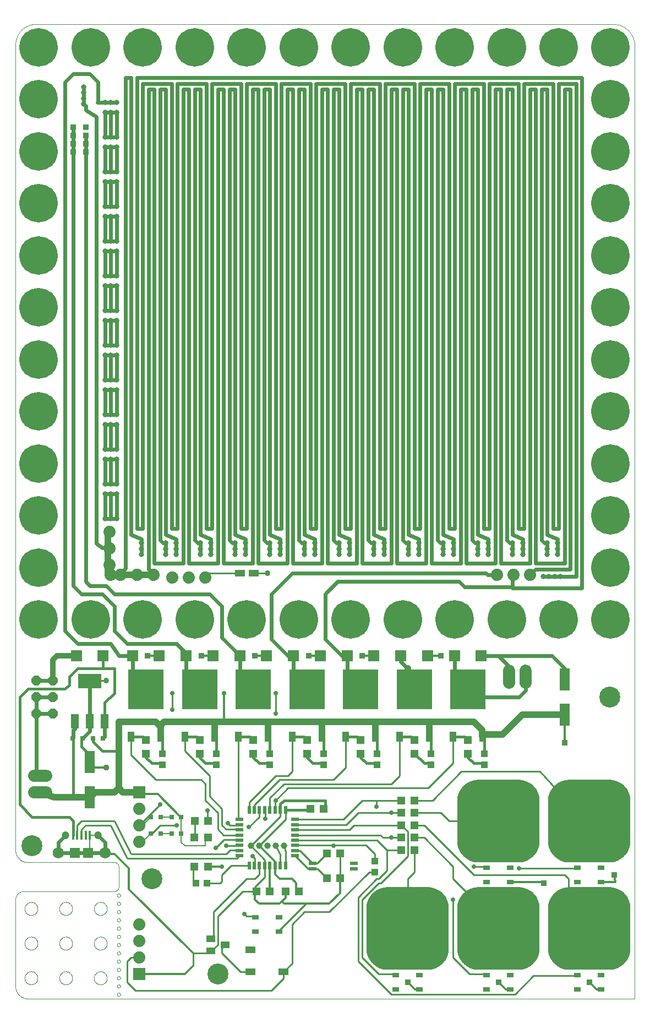
<source format=gtl>
G75*
%MOIN*%
%OFA0B0*%
%FSLAX25Y25*%
%IPPOS*%
%LPD*%
%AMOC8*
5,1,8,0,0,1.08239X$1,22.5*
%
%ADD10C,0.00000*%
%ADD11R,0.04800X0.08800*%
%ADD12R,0.14173X0.08661*%
%ADD13R,0.21260X0.24409*%
%ADD14R,0.03937X0.06299*%
%ADD15R,0.04724X0.04724*%
%ADD16R,0.07087X0.06693*%
%ADD17R,0.04331X0.03937*%
%ADD18R,0.06299X0.13780*%
%ADD19R,0.03150X0.03150*%
%ADD20C,0.03937*%
%ADD21R,0.07400X0.07400*%
%ADD22C,0.07400*%
%ADD23R,0.05906X0.06102*%
%ADD24R,0.01575X0.05315*%
%ADD25C,0.04724*%
%ADD26C,0.06791*%
%ADD27R,0.05000X0.02200*%
%ADD28R,0.02200X0.05000*%
%ADD29R,0.04724X0.05118*%
%ADD30R,0.05118X0.02362*%
%ADD31R,0.03937X0.03150*%
%ADD32OC8,0.06000*%
%ADD33C,0.00500*%
%ADD34R,0.02500X0.05000*%
%ADD35R,0.05000X0.02500*%
%ADD36C,0.07400*%
%ADD37R,0.05512X0.03937*%
%ADD38R,0.05906X0.03937*%
%ADD39C,0.12661*%
%ADD40C,0.01000*%
%ADD41C,0.02400*%
%ADD42C,0.04000*%
%ADD43C,0.01600*%
%ADD44C,0.01200*%
%ADD45R,0.03762X0.03762*%
%ADD46C,0.00800*%
%ADD47C,0.02900*%
%ADD48C,0.03762*%
%ADD49C,0.03369*%
%ADD50C,0.00900*%
%ADD51C,0.03300*%
%ADD52C,0.03200*%
%ADD53C,0.23291*%
D10*
X0085095Y0043933D02*
X0085095Y0096433D01*
X0085097Y0096573D01*
X0085103Y0096713D01*
X0085113Y0096853D01*
X0085126Y0096993D01*
X0085144Y0097132D01*
X0085166Y0097271D01*
X0085191Y0097408D01*
X0085220Y0097546D01*
X0085253Y0097682D01*
X0085290Y0097817D01*
X0085331Y0097951D01*
X0085376Y0098084D01*
X0085424Y0098216D01*
X0085476Y0098346D01*
X0085531Y0098475D01*
X0085590Y0098602D01*
X0085653Y0098728D01*
X0085719Y0098852D01*
X0085788Y0098973D01*
X0085861Y0099093D01*
X0085938Y0099211D01*
X0086017Y0099326D01*
X0086100Y0099440D01*
X0086186Y0099550D01*
X0086275Y0099659D01*
X0086367Y0099765D01*
X0086462Y0099868D01*
X0086559Y0099969D01*
X0086660Y0100066D01*
X0086763Y0100161D01*
X0086869Y0100253D01*
X0086978Y0100342D01*
X0087088Y0100428D01*
X0087202Y0100511D01*
X0087317Y0100590D01*
X0087435Y0100667D01*
X0087555Y0100740D01*
X0087676Y0100809D01*
X0087800Y0100875D01*
X0087926Y0100938D01*
X0088053Y0100997D01*
X0088182Y0101052D01*
X0088312Y0101104D01*
X0088444Y0101152D01*
X0088577Y0101197D01*
X0088711Y0101238D01*
X0088846Y0101275D01*
X0088982Y0101308D01*
X0089120Y0101337D01*
X0089257Y0101362D01*
X0089396Y0101384D01*
X0089535Y0101402D01*
X0089675Y0101415D01*
X0089815Y0101425D01*
X0089955Y0101431D01*
X0090095Y0101433D01*
X0145095Y0101433D01*
X0145193Y0101435D01*
X0145291Y0101441D01*
X0145389Y0101450D01*
X0145486Y0101464D01*
X0145583Y0101481D01*
X0145679Y0101502D01*
X0145774Y0101527D01*
X0145868Y0101555D01*
X0145960Y0101588D01*
X0146052Y0101623D01*
X0146142Y0101663D01*
X0146230Y0101705D01*
X0146317Y0101752D01*
X0146401Y0101801D01*
X0146484Y0101854D01*
X0146564Y0101910D01*
X0146643Y0101970D01*
X0146719Y0102032D01*
X0146792Y0102097D01*
X0146863Y0102165D01*
X0146931Y0102236D01*
X0146996Y0102309D01*
X0147058Y0102385D01*
X0147118Y0102464D01*
X0147174Y0102544D01*
X0147227Y0102627D01*
X0147276Y0102711D01*
X0147323Y0102798D01*
X0147365Y0102886D01*
X0147405Y0102976D01*
X0147440Y0103068D01*
X0147473Y0103160D01*
X0147501Y0103254D01*
X0147526Y0103349D01*
X0147547Y0103445D01*
X0147564Y0103542D01*
X0147578Y0103639D01*
X0147587Y0103737D01*
X0147593Y0103835D01*
X0147595Y0103933D01*
X0147595Y0116433D01*
X0147593Y0116531D01*
X0147587Y0116629D01*
X0147578Y0116727D01*
X0147564Y0116824D01*
X0147547Y0116921D01*
X0147526Y0117017D01*
X0147501Y0117112D01*
X0147473Y0117206D01*
X0147440Y0117298D01*
X0147405Y0117390D01*
X0147365Y0117480D01*
X0147323Y0117568D01*
X0147276Y0117655D01*
X0147227Y0117739D01*
X0147174Y0117822D01*
X0147118Y0117902D01*
X0147058Y0117981D01*
X0146996Y0118057D01*
X0146931Y0118130D01*
X0146863Y0118201D01*
X0146792Y0118269D01*
X0146719Y0118334D01*
X0146643Y0118396D01*
X0146564Y0118456D01*
X0146484Y0118512D01*
X0146401Y0118565D01*
X0146317Y0118614D01*
X0146230Y0118661D01*
X0146142Y0118703D01*
X0146052Y0118743D01*
X0145960Y0118778D01*
X0145868Y0118811D01*
X0145774Y0118839D01*
X0145679Y0118864D01*
X0145583Y0118885D01*
X0145486Y0118902D01*
X0145389Y0118916D01*
X0145291Y0118925D01*
X0145193Y0118931D01*
X0145095Y0118933D01*
X0092595Y0118933D01*
X0092414Y0118935D01*
X0092233Y0118942D01*
X0092052Y0118953D01*
X0091871Y0118968D01*
X0091691Y0118988D01*
X0091511Y0119012D01*
X0091332Y0119040D01*
X0091154Y0119073D01*
X0090977Y0119110D01*
X0090800Y0119151D01*
X0090625Y0119196D01*
X0090450Y0119246D01*
X0090277Y0119300D01*
X0090106Y0119358D01*
X0089935Y0119420D01*
X0089767Y0119487D01*
X0089600Y0119557D01*
X0089434Y0119631D01*
X0089271Y0119710D01*
X0089110Y0119792D01*
X0088950Y0119878D01*
X0088793Y0119968D01*
X0088638Y0120062D01*
X0088485Y0120159D01*
X0088335Y0120261D01*
X0088187Y0120365D01*
X0088041Y0120474D01*
X0087899Y0120585D01*
X0087759Y0120701D01*
X0087622Y0120819D01*
X0087487Y0120941D01*
X0087356Y0121066D01*
X0087228Y0121194D01*
X0087103Y0121325D01*
X0086981Y0121460D01*
X0086863Y0121597D01*
X0086747Y0121737D01*
X0086636Y0121879D01*
X0086527Y0122025D01*
X0086423Y0122173D01*
X0086321Y0122323D01*
X0086224Y0122476D01*
X0086130Y0122631D01*
X0086040Y0122788D01*
X0085954Y0122948D01*
X0085872Y0123109D01*
X0085793Y0123272D01*
X0085719Y0123438D01*
X0085649Y0123605D01*
X0085582Y0123773D01*
X0085520Y0123944D01*
X0085462Y0124115D01*
X0085408Y0124288D01*
X0085358Y0124463D01*
X0085313Y0124638D01*
X0085272Y0124815D01*
X0085235Y0124992D01*
X0085202Y0125170D01*
X0085174Y0125349D01*
X0085150Y0125529D01*
X0085130Y0125709D01*
X0085115Y0125890D01*
X0085104Y0126071D01*
X0085097Y0126252D01*
X0085095Y0126433D01*
X0085095Y0613933D01*
X0085099Y0614235D01*
X0085110Y0614537D01*
X0085128Y0614838D01*
X0085153Y0615139D01*
X0085186Y0615440D01*
X0085226Y0615739D01*
X0085273Y0616037D01*
X0085328Y0616335D01*
X0085389Y0616630D01*
X0085458Y0616924D01*
X0085534Y0617217D01*
X0085617Y0617507D01*
X0085707Y0617796D01*
X0085804Y0618082D01*
X0085907Y0618366D01*
X0086018Y0618647D01*
X0086135Y0618925D01*
X0086259Y0619201D01*
X0086390Y0619473D01*
X0086527Y0619742D01*
X0086670Y0620008D01*
X0086820Y0620270D01*
X0086977Y0620529D01*
X0087139Y0620783D01*
X0087308Y0621034D01*
X0087482Y0621280D01*
X0087663Y0621523D01*
X0087849Y0621760D01*
X0088041Y0621994D01*
X0088239Y0622222D01*
X0088442Y0622446D01*
X0088650Y0622664D01*
X0088864Y0622878D01*
X0089082Y0623086D01*
X0089306Y0623289D01*
X0089534Y0623487D01*
X0089768Y0623679D01*
X0090005Y0623865D01*
X0090248Y0624046D01*
X0090494Y0624220D01*
X0090745Y0624389D01*
X0090999Y0624551D01*
X0091258Y0624708D01*
X0091520Y0624858D01*
X0091786Y0625001D01*
X0092055Y0625138D01*
X0092327Y0625269D01*
X0092603Y0625393D01*
X0092881Y0625510D01*
X0093162Y0625621D01*
X0093446Y0625724D01*
X0093732Y0625821D01*
X0094021Y0625911D01*
X0094311Y0625994D01*
X0094604Y0626070D01*
X0094898Y0626139D01*
X0095193Y0626200D01*
X0095491Y0626255D01*
X0095789Y0626302D01*
X0096088Y0626342D01*
X0096389Y0626375D01*
X0096690Y0626400D01*
X0096991Y0626418D01*
X0097293Y0626429D01*
X0097595Y0626433D01*
X0447595Y0626433D01*
X0447917Y0626410D01*
X0448237Y0626380D01*
X0448557Y0626341D01*
X0448876Y0626295D01*
X0449194Y0626241D01*
X0449510Y0626180D01*
X0449825Y0626111D01*
X0450138Y0626034D01*
X0450449Y0625950D01*
X0450758Y0625858D01*
X0451064Y0625759D01*
X0451369Y0625652D01*
X0451670Y0625538D01*
X0451969Y0625417D01*
X0452264Y0625288D01*
X0452556Y0625153D01*
X0452845Y0625010D01*
X0453131Y0624861D01*
X0453413Y0624704D01*
X0453690Y0624541D01*
X0453964Y0624371D01*
X0454234Y0624195D01*
X0454499Y0624012D01*
X0454760Y0623823D01*
X0455016Y0623627D01*
X0455267Y0623425D01*
X0455514Y0623218D01*
X0455755Y0623004D01*
X0455991Y0622784D01*
X0456221Y0622559D01*
X0456446Y0622329D01*
X0456666Y0622093D01*
X0456880Y0621852D01*
X0457087Y0621605D01*
X0457289Y0621354D01*
X0457485Y0621098D01*
X0457674Y0620837D01*
X0457857Y0620572D01*
X0458033Y0620302D01*
X0458203Y0620028D01*
X0458366Y0619751D01*
X0458523Y0619469D01*
X0458672Y0619183D01*
X0458815Y0618894D01*
X0458950Y0618602D01*
X0459079Y0618307D01*
X0459200Y0618008D01*
X0459314Y0617707D01*
X0459421Y0617402D01*
X0459520Y0617096D01*
X0459612Y0616787D01*
X0459696Y0616476D01*
X0459773Y0616163D01*
X0459842Y0615848D01*
X0459903Y0615532D01*
X0459957Y0615214D01*
X0460003Y0614895D01*
X0460042Y0614575D01*
X0460072Y0614255D01*
X0460095Y0613933D01*
X0460095Y0036433D01*
X0092595Y0036433D01*
X0092414Y0036435D01*
X0092233Y0036442D01*
X0092052Y0036453D01*
X0091871Y0036468D01*
X0091691Y0036488D01*
X0091511Y0036512D01*
X0091332Y0036540D01*
X0091154Y0036573D01*
X0090977Y0036610D01*
X0090800Y0036651D01*
X0090625Y0036696D01*
X0090450Y0036746D01*
X0090277Y0036800D01*
X0090106Y0036858D01*
X0089935Y0036920D01*
X0089767Y0036987D01*
X0089600Y0037057D01*
X0089434Y0037131D01*
X0089271Y0037210D01*
X0089110Y0037292D01*
X0088950Y0037378D01*
X0088793Y0037468D01*
X0088638Y0037562D01*
X0088485Y0037659D01*
X0088335Y0037761D01*
X0088187Y0037865D01*
X0088041Y0037974D01*
X0087899Y0038085D01*
X0087759Y0038201D01*
X0087622Y0038319D01*
X0087487Y0038441D01*
X0087356Y0038566D01*
X0087228Y0038694D01*
X0087103Y0038825D01*
X0086981Y0038960D01*
X0086863Y0039097D01*
X0086747Y0039237D01*
X0086636Y0039379D01*
X0086527Y0039525D01*
X0086423Y0039673D01*
X0086321Y0039823D01*
X0086224Y0039976D01*
X0086130Y0040131D01*
X0086040Y0040288D01*
X0085954Y0040448D01*
X0085872Y0040609D01*
X0085793Y0040772D01*
X0085719Y0040938D01*
X0085649Y0041105D01*
X0085582Y0041273D01*
X0085520Y0041444D01*
X0085462Y0041615D01*
X0085408Y0041788D01*
X0085358Y0041963D01*
X0085313Y0042138D01*
X0085272Y0042315D01*
X0085235Y0042492D01*
X0085202Y0042670D01*
X0085174Y0042849D01*
X0085150Y0043029D01*
X0085130Y0043209D01*
X0085115Y0043390D01*
X0085104Y0043571D01*
X0085097Y0043752D01*
X0085095Y0043933D01*
X0090658Y0048933D02*
X0090660Y0049058D01*
X0090666Y0049183D01*
X0090676Y0049307D01*
X0090690Y0049431D01*
X0090707Y0049555D01*
X0090729Y0049678D01*
X0090755Y0049800D01*
X0090784Y0049922D01*
X0090817Y0050042D01*
X0090855Y0050161D01*
X0090895Y0050280D01*
X0090940Y0050396D01*
X0090988Y0050511D01*
X0091040Y0050625D01*
X0091096Y0050737D01*
X0091155Y0050847D01*
X0091217Y0050955D01*
X0091283Y0051062D01*
X0091352Y0051166D01*
X0091425Y0051267D01*
X0091500Y0051367D01*
X0091579Y0051464D01*
X0091661Y0051558D01*
X0091746Y0051650D01*
X0091833Y0051739D01*
X0091924Y0051825D01*
X0092017Y0051908D01*
X0092113Y0051989D01*
X0092211Y0052066D01*
X0092311Y0052140D01*
X0092414Y0052211D01*
X0092519Y0052278D01*
X0092627Y0052343D01*
X0092736Y0052403D01*
X0092847Y0052461D01*
X0092960Y0052514D01*
X0093074Y0052564D01*
X0093190Y0052611D01*
X0093307Y0052653D01*
X0093426Y0052692D01*
X0093546Y0052728D01*
X0093667Y0052759D01*
X0093789Y0052787D01*
X0093911Y0052810D01*
X0094035Y0052830D01*
X0094159Y0052846D01*
X0094283Y0052858D01*
X0094408Y0052866D01*
X0094533Y0052870D01*
X0094657Y0052870D01*
X0094782Y0052866D01*
X0094907Y0052858D01*
X0095031Y0052846D01*
X0095155Y0052830D01*
X0095279Y0052810D01*
X0095401Y0052787D01*
X0095523Y0052759D01*
X0095644Y0052728D01*
X0095764Y0052692D01*
X0095883Y0052653D01*
X0096000Y0052611D01*
X0096116Y0052564D01*
X0096230Y0052514D01*
X0096343Y0052461D01*
X0096454Y0052403D01*
X0096564Y0052343D01*
X0096671Y0052278D01*
X0096776Y0052211D01*
X0096879Y0052140D01*
X0096979Y0052066D01*
X0097077Y0051989D01*
X0097173Y0051908D01*
X0097266Y0051825D01*
X0097357Y0051739D01*
X0097444Y0051650D01*
X0097529Y0051558D01*
X0097611Y0051464D01*
X0097690Y0051367D01*
X0097765Y0051267D01*
X0097838Y0051166D01*
X0097907Y0051062D01*
X0097973Y0050955D01*
X0098035Y0050847D01*
X0098094Y0050737D01*
X0098150Y0050625D01*
X0098202Y0050511D01*
X0098250Y0050396D01*
X0098295Y0050280D01*
X0098335Y0050161D01*
X0098373Y0050042D01*
X0098406Y0049922D01*
X0098435Y0049800D01*
X0098461Y0049678D01*
X0098483Y0049555D01*
X0098500Y0049431D01*
X0098514Y0049307D01*
X0098524Y0049183D01*
X0098530Y0049058D01*
X0098532Y0048933D01*
X0098530Y0048808D01*
X0098524Y0048683D01*
X0098514Y0048559D01*
X0098500Y0048435D01*
X0098483Y0048311D01*
X0098461Y0048188D01*
X0098435Y0048066D01*
X0098406Y0047944D01*
X0098373Y0047824D01*
X0098335Y0047705D01*
X0098295Y0047586D01*
X0098250Y0047470D01*
X0098202Y0047355D01*
X0098150Y0047241D01*
X0098094Y0047129D01*
X0098035Y0047019D01*
X0097973Y0046911D01*
X0097907Y0046804D01*
X0097838Y0046700D01*
X0097765Y0046599D01*
X0097690Y0046499D01*
X0097611Y0046402D01*
X0097529Y0046308D01*
X0097444Y0046216D01*
X0097357Y0046127D01*
X0097266Y0046041D01*
X0097173Y0045958D01*
X0097077Y0045877D01*
X0096979Y0045800D01*
X0096879Y0045726D01*
X0096776Y0045655D01*
X0096671Y0045588D01*
X0096563Y0045523D01*
X0096454Y0045463D01*
X0096343Y0045405D01*
X0096230Y0045352D01*
X0096116Y0045302D01*
X0096000Y0045255D01*
X0095883Y0045213D01*
X0095764Y0045174D01*
X0095644Y0045138D01*
X0095523Y0045107D01*
X0095401Y0045079D01*
X0095279Y0045056D01*
X0095155Y0045036D01*
X0095031Y0045020D01*
X0094907Y0045008D01*
X0094782Y0045000D01*
X0094657Y0044996D01*
X0094533Y0044996D01*
X0094408Y0045000D01*
X0094283Y0045008D01*
X0094159Y0045020D01*
X0094035Y0045036D01*
X0093911Y0045056D01*
X0093789Y0045079D01*
X0093667Y0045107D01*
X0093546Y0045138D01*
X0093426Y0045174D01*
X0093307Y0045213D01*
X0093190Y0045255D01*
X0093074Y0045302D01*
X0092960Y0045352D01*
X0092847Y0045405D01*
X0092736Y0045463D01*
X0092626Y0045523D01*
X0092519Y0045588D01*
X0092414Y0045655D01*
X0092311Y0045726D01*
X0092211Y0045800D01*
X0092113Y0045877D01*
X0092017Y0045958D01*
X0091924Y0046041D01*
X0091833Y0046127D01*
X0091746Y0046216D01*
X0091661Y0046308D01*
X0091579Y0046402D01*
X0091500Y0046499D01*
X0091425Y0046599D01*
X0091352Y0046700D01*
X0091283Y0046804D01*
X0091217Y0046911D01*
X0091155Y0047019D01*
X0091096Y0047129D01*
X0091040Y0047241D01*
X0090988Y0047355D01*
X0090940Y0047470D01*
X0090895Y0047586D01*
X0090855Y0047705D01*
X0090817Y0047824D01*
X0090784Y0047944D01*
X0090755Y0048066D01*
X0090729Y0048188D01*
X0090707Y0048311D01*
X0090690Y0048435D01*
X0090676Y0048559D01*
X0090666Y0048683D01*
X0090660Y0048808D01*
X0090658Y0048933D01*
X0090658Y0069933D02*
X0090660Y0070058D01*
X0090666Y0070183D01*
X0090676Y0070307D01*
X0090690Y0070431D01*
X0090707Y0070555D01*
X0090729Y0070678D01*
X0090755Y0070800D01*
X0090784Y0070922D01*
X0090817Y0071042D01*
X0090855Y0071161D01*
X0090895Y0071280D01*
X0090940Y0071396D01*
X0090988Y0071511D01*
X0091040Y0071625D01*
X0091096Y0071737D01*
X0091155Y0071847D01*
X0091217Y0071955D01*
X0091283Y0072062D01*
X0091352Y0072166D01*
X0091425Y0072267D01*
X0091500Y0072367D01*
X0091579Y0072464D01*
X0091661Y0072558D01*
X0091746Y0072650D01*
X0091833Y0072739D01*
X0091924Y0072825D01*
X0092017Y0072908D01*
X0092113Y0072989D01*
X0092211Y0073066D01*
X0092311Y0073140D01*
X0092414Y0073211D01*
X0092519Y0073278D01*
X0092627Y0073343D01*
X0092736Y0073403D01*
X0092847Y0073461D01*
X0092960Y0073514D01*
X0093074Y0073564D01*
X0093190Y0073611D01*
X0093307Y0073653D01*
X0093426Y0073692D01*
X0093546Y0073728D01*
X0093667Y0073759D01*
X0093789Y0073787D01*
X0093911Y0073810D01*
X0094035Y0073830D01*
X0094159Y0073846D01*
X0094283Y0073858D01*
X0094408Y0073866D01*
X0094533Y0073870D01*
X0094657Y0073870D01*
X0094782Y0073866D01*
X0094907Y0073858D01*
X0095031Y0073846D01*
X0095155Y0073830D01*
X0095279Y0073810D01*
X0095401Y0073787D01*
X0095523Y0073759D01*
X0095644Y0073728D01*
X0095764Y0073692D01*
X0095883Y0073653D01*
X0096000Y0073611D01*
X0096116Y0073564D01*
X0096230Y0073514D01*
X0096343Y0073461D01*
X0096454Y0073403D01*
X0096564Y0073343D01*
X0096671Y0073278D01*
X0096776Y0073211D01*
X0096879Y0073140D01*
X0096979Y0073066D01*
X0097077Y0072989D01*
X0097173Y0072908D01*
X0097266Y0072825D01*
X0097357Y0072739D01*
X0097444Y0072650D01*
X0097529Y0072558D01*
X0097611Y0072464D01*
X0097690Y0072367D01*
X0097765Y0072267D01*
X0097838Y0072166D01*
X0097907Y0072062D01*
X0097973Y0071955D01*
X0098035Y0071847D01*
X0098094Y0071737D01*
X0098150Y0071625D01*
X0098202Y0071511D01*
X0098250Y0071396D01*
X0098295Y0071280D01*
X0098335Y0071161D01*
X0098373Y0071042D01*
X0098406Y0070922D01*
X0098435Y0070800D01*
X0098461Y0070678D01*
X0098483Y0070555D01*
X0098500Y0070431D01*
X0098514Y0070307D01*
X0098524Y0070183D01*
X0098530Y0070058D01*
X0098532Y0069933D01*
X0098530Y0069808D01*
X0098524Y0069683D01*
X0098514Y0069559D01*
X0098500Y0069435D01*
X0098483Y0069311D01*
X0098461Y0069188D01*
X0098435Y0069066D01*
X0098406Y0068944D01*
X0098373Y0068824D01*
X0098335Y0068705D01*
X0098295Y0068586D01*
X0098250Y0068470D01*
X0098202Y0068355D01*
X0098150Y0068241D01*
X0098094Y0068129D01*
X0098035Y0068019D01*
X0097973Y0067911D01*
X0097907Y0067804D01*
X0097838Y0067700D01*
X0097765Y0067599D01*
X0097690Y0067499D01*
X0097611Y0067402D01*
X0097529Y0067308D01*
X0097444Y0067216D01*
X0097357Y0067127D01*
X0097266Y0067041D01*
X0097173Y0066958D01*
X0097077Y0066877D01*
X0096979Y0066800D01*
X0096879Y0066726D01*
X0096776Y0066655D01*
X0096671Y0066588D01*
X0096563Y0066523D01*
X0096454Y0066463D01*
X0096343Y0066405D01*
X0096230Y0066352D01*
X0096116Y0066302D01*
X0096000Y0066255D01*
X0095883Y0066213D01*
X0095764Y0066174D01*
X0095644Y0066138D01*
X0095523Y0066107D01*
X0095401Y0066079D01*
X0095279Y0066056D01*
X0095155Y0066036D01*
X0095031Y0066020D01*
X0094907Y0066008D01*
X0094782Y0066000D01*
X0094657Y0065996D01*
X0094533Y0065996D01*
X0094408Y0066000D01*
X0094283Y0066008D01*
X0094159Y0066020D01*
X0094035Y0066036D01*
X0093911Y0066056D01*
X0093789Y0066079D01*
X0093667Y0066107D01*
X0093546Y0066138D01*
X0093426Y0066174D01*
X0093307Y0066213D01*
X0093190Y0066255D01*
X0093074Y0066302D01*
X0092960Y0066352D01*
X0092847Y0066405D01*
X0092736Y0066463D01*
X0092626Y0066523D01*
X0092519Y0066588D01*
X0092414Y0066655D01*
X0092311Y0066726D01*
X0092211Y0066800D01*
X0092113Y0066877D01*
X0092017Y0066958D01*
X0091924Y0067041D01*
X0091833Y0067127D01*
X0091746Y0067216D01*
X0091661Y0067308D01*
X0091579Y0067402D01*
X0091500Y0067499D01*
X0091425Y0067599D01*
X0091352Y0067700D01*
X0091283Y0067804D01*
X0091217Y0067911D01*
X0091155Y0068019D01*
X0091096Y0068129D01*
X0091040Y0068241D01*
X0090988Y0068355D01*
X0090940Y0068470D01*
X0090895Y0068586D01*
X0090855Y0068705D01*
X0090817Y0068824D01*
X0090784Y0068944D01*
X0090755Y0069066D01*
X0090729Y0069188D01*
X0090707Y0069311D01*
X0090690Y0069435D01*
X0090676Y0069559D01*
X0090666Y0069683D01*
X0090660Y0069808D01*
X0090658Y0069933D01*
X0090658Y0090933D02*
X0090660Y0091058D01*
X0090666Y0091183D01*
X0090676Y0091307D01*
X0090690Y0091431D01*
X0090707Y0091555D01*
X0090729Y0091678D01*
X0090755Y0091800D01*
X0090784Y0091922D01*
X0090817Y0092042D01*
X0090855Y0092161D01*
X0090895Y0092280D01*
X0090940Y0092396D01*
X0090988Y0092511D01*
X0091040Y0092625D01*
X0091096Y0092737D01*
X0091155Y0092847D01*
X0091217Y0092955D01*
X0091283Y0093062D01*
X0091352Y0093166D01*
X0091425Y0093267D01*
X0091500Y0093367D01*
X0091579Y0093464D01*
X0091661Y0093558D01*
X0091746Y0093650D01*
X0091833Y0093739D01*
X0091924Y0093825D01*
X0092017Y0093908D01*
X0092113Y0093989D01*
X0092211Y0094066D01*
X0092311Y0094140D01*
X0092414Y0094211D01*
X0092519Y0094278D01*
X0092627Y0094343D01*
X0092736Y0094403D01*
X0092847Y0094461D01*
X0092960Y0094514D01*
X0093074Y0094564D01*
X0093190Y0094611D01*
X0093307Y0094653D01*
X0093426Y0094692D01*
X0093546Y0094728D01*
X0093667Y0094759D01*
X0093789Y0094787D01*
X0093911Y0094810D01*
X0094035Y0094830D01*
X0094159Y0094846D01*
X0094283Y0094858D01*
X0094408Y0094866D01*
X0094533Y0094870D01*
X0094657Y0094870D01*
X0094782Y0094866D01*
X0094907Y0094858D01*
X0095031Y0094846D01*
X0095155Y0094830D01*
X0095279Y0094810D01*
X0095401Y0094787D01*
X0095523Y0094759D01*
X0095644Y0094728D01*
X0095764Y0094692D01*
X0095883Y0094653D01*
X0096000Y0094611D01*
X0096116Y0094564D01*
X0096230Y0094514D01*
X0096343Y0094461D01*
X0096454Y0094403D01*
X0096564Y0094343D01*
X0096671Y0094278D01*
X0096776Y0094211D01*
X0096879Y0094140D01*
X0096979Y0094066D01*
X0097077Y0093989D01*
X0097173Y0093908D01*
X0097266Y0093825D01*
X0097357Y0093739D01*
X0097444Y0093650D01*
X0097529Y0093558D01*
X0097611Y0093464D01*
X0097690Y0093367D01*
X0097765Y0093267D01*
X0097838Y0093166D01*
X0097907Y0093062D01*
X0097973Y0092955D01*
X0098035Y0092847D01*
X0098094Y0092737D01*
X0098150Y0092625D01*
X0098202Y0092511D01*
X0098250Y0092396D01*
X0098295Y0092280D01*
X0098335Y0092161D01*
X0098373Y0092042D01*
X0098406Y0091922D01*
X0098435Y0091800D01*
X0098461Y0091678D01*
X0098483Y0091555D01*
X0098500Y0091431D01*
X0098514Y0091307D01*
X0098524Y0091183D01*
X0098530Y0091058D01*
X0098532Y0090933D01*
X0098530Y0090808D01*
X0098524Y0090683D01*
X0098514Y0090559D01*
X0098500Y0090435D01*
X0098483Y0090311D01*
X0098461Y0090188D01*
X0098435Y0090066D01*
X0098406Y0089944D01*
X0098373Y0089824D01*
X0098335Y0089705D01*
X0098295Y0089586D01*
X0098250Y0089470D01*
X0098202Y0089355D01*
X0098150Y0089241D01*
X0098094Y0089129D01*
X0098035Y0089019D01*
X0097973Y0088911D01*
X0097907Y0088804D01*
X0097838Y0088700D01*
X0097765Y0088599D01*
X0097690Y0088499D01*
X0097611Y0088402D01*
X0097529Y0088308D01*
X0097444Y0088216D01*
X0097357Y0088127D01*
X0097266Y0088041D01*
X0097173Y0087958D01*
X0097077Y0087877D01*
X0096979Y0087800D01*
X0096879Y0087726D01*
X0096776Y0087655D01*
X0096671Y0087588D01*
X0096563Y0087523D01*
X0096454Y0087463D01*
X0096343Y0087405D01*
X0096230Y0087352D01*
X0096116Y0087302D01*
X0096000Y0087255D01*
X0095883Y0087213D01*
X0095764Y0087174D01*
X0095644Y0087138D01*
X0095523Y0087107D01*
X0095401Y0087079D01*
X0095279Y0087056D01*
X0095155Y0087036D01*
X0095031Y0087020D01*
X0094907Y0087008D01*
X0094782Y0087000D01*
X0094657Y0086996D01*
X0094533Y0086996D01*
X0094408Y0087000D01*
X0094283Y0087008D01*
X0094159Y0087020D01*
X0094035Y0087036D01*
X0093911Y0087056D01*
X0093789Y0087079D01*
X0093667Y0087107D01*
X0093546Y0087138D01*
X0093426Y0087174D01*
X0093307Y0087213D01*
X0093190Y0087255D01*
X0093074Y0087302D01*
X0092960Y0087352D01*
X0092847Y0087405D01*
X0092736Y0087463D01*
X0092626Y0087523D01*
X0092519Y0087588D01*
X0092414Y0087655D01*
X0092311Y0087726D01*
X0092211Y0087800D01*
X0092113Y0087877D01*
X0092017Y0087958D01*
X0091924Y0088041D01*
X0091833Y0088127D01*
X0091746Y0088216D01*
X0091661Y0088308D01*
X0091579Y0088402D01*
X0091500Y0088499D01*
X0091425Y0088599D01*
X0091352Y0088700D01*
X0091283Y0088804D01*
X0091217Y0088911D01*
X0091155Y0089019D01*
X0091096Y0089129D01*
X0091040Y0089241D01*
X0090988Y0089355D01*
X0090940Y0089470D01*
X0090895Y0089586D01*
X0090855Y0089705D01*
X0090817Y0089824D01*
X0090784Y0089944D01*
X0090755Y0090066D01*
X0090729Y0090188D01*
X0090707Y0090311D01*
X0090690Y0090435D01*
X0090676Y0090559D01*
X0090666Y0090683D01*
X0090660Y0090808D01*
X0090658Y0090933D01*
X0111658Y0090933D02*
X0111660Y0091058D01*
X0111666Y0091183D01*
X0111676Y0091307D01*
X0111690Y0091431D01*
X0111707Y0091555D01*
X0111729Y0091678D01*
X0111755Y0091800D01*
X0111784Y0091922D01*
X0111817Y0092042D01*
X0111855Y0092161D01*
X0111895Y0092280D01*
X0111940Y0092396D01*
X0111988Y0092511D01*
X0112040Y0092625D01*
X0112096Y0092737D01*
X0112155Y0092847D01*
X0112217Y0092955D01*
X0112283Y0093062D01*
X0112352Y0093166D01*
X0112425Y0093267D01*
X0112500Y0093367D01*
X0112579Y0093464D01*
X0112661Y0093558D01*
X0112746Y0093650D01*
X0112833Y0093739D01*
X0112924Y0093825D01*
X0113017Y0093908D01*
X0113113Y0093989D01*
X0113211Y0094066D01*
X0113311Y0094140D01*
X0113414Y0094211D01*
X0113519Y0094278D01*
X0113627Y0094343D01*
X0113736Y0094403D01*
X0113847Y0094461D01*
X0113960Y0094514D01*
X0114074Y0094564D01*
X0114190Y0094611D01*
X0114307Y0094653D01*
X0114426Y0094692D01*
X0114546Y0094728D01*
X0114667Y0094759D01*
X0114789Y0094787D01*
X0114911Y0094810D01*
X0115035Y0094830D01*
X0115159Y0094846D01*
X0115283Y0094858D01*
X0115408Y0094866D01*
X0115533Y0094870D01*
X0115657Y0094870D01*
X0115782Y0094866D01*
X0115907Y0094858D01*
X0116031Y0094846D01*
X0116155Y0094830D01*
X0116279Y0094810D01*
X0116401Y0094787D01*
X0116523Y0094759D01*
X0116644Y0094728D01*
X0116764Y0094692D01*
X0116883Y0094653D01*
X0117000Y0094611D01*
X0117116Y0094564D01*
X0117230Y0094514D01*
X0117343Y0094461D01*
X0117454Y0094403D01*
X0117564Y0094343D01*
X0117671Y0094278D01*
X0117776Y0094211D01*
X0117879Y0094140D01*
X0117979Y0094066D01*
X0118077Y0093989D01*
X0118173Y0093908D01*
X0118266Y0093825D01*
X0118357Y0093739D01*
X0118444Y0093650D01*
X0118529Y0093558D01*
X0118611Y0093464D01*
X0118690Y0093367D01*
X0118765Y0093267D01*
X0118838Y0093166D01*
X0118907Y0093062D01*
X0118973Y0092955D01*
X0119035Y0092847D01*
X0119094Y0092737D01*
X0119150Y0092625D01*
X0119202Y0092511D01*
X0119250Y0092396D01*
X0119295Y0092280D01*
X0119335Y0092161D01*
X0119373Y0092042D01*
X0119406Y0091922D01*
X0119435Y0091800D01*
X0119461Y0091678D01*
X0119483Y0091555D01*
X0119500Y0091431D01*
X0119514Y0091307D01*
X0119524Y0091183D01*
X0119530Y0091058D01*
X0119532Y0090933D01*
X0119530Y0090808D01*
X0119524Y0090683D01*
X0119514Y0090559D01*
X0119500Y0090435D01*
X0119483Y0090311D01*
X0119461Y0090188D01*
X0119435Y0090066D01*
X0119406Y0089944D01*
X0119373Y0089824D01*
X0119335Y0089705D01*
X0119295Y0089586D01*
X0119250Y0089470D01*
X0119202Y0089355D01*
X0119150Y0089241D01*
X0119094Y0089129D01*
X0119035Y0089019D01*
X0118973Y0088911D01*
X0118907Y0088804D01*
X0118838Y0088700D01*
X0118765Y0088599D01*
X0118690Y0088499D01*
X0118611Y0088402D01*
X0118529Y0088308D01*
X0118444Y0088216D01*
X0118357Y0088127D01*
X0118266Y0088041D01*
X0118173Y0087958D01*
X0118077Y0087877D01*
X0117979Y0087800D01*
X0117879Y0087726D01*
X0117776Y0087655D01*
X0117671Y0087588D01*
X0117563Y0087523D01*
X0117454Y0087463D01*
X0117343Y0087405D01*
X0117230Y0087352D01*
X0117116Y0087302D01*
X0117000Y0087255D01*
X0116883Y0087213D01*
X0116764Y0087174D01*
X0116644Y0087138D01*
X0116523Y0087107D01*
X0116401Y0087079D01*
X0116279Y0087056D01*
X0116155Y0087036D01*
X0116031Y0087020D01*
X0115907Y0087008D01*
X0115782Y0087000D01*
X0115657Y0086996D01*
X0115533Y0086996D01*
X0115408Y0087000D01*
X0115283Y0087008D01*
X0115159Y0087020D01*
X0115035Y0087036D01*
X0114911Y0087056D01*
X0114789Y0087079D01*
X0114667Y0087107D01*
X0114546Y0087138D01*
X0114426Y0087174D01*
X0114307Y0087213D01*
X0114190Y0087255D01*
X0114074Y0087302D01*
X0113960Y0087352D01*
X0113847Y0087405D01*
X0113736Y0087463D01*
X0113626Y0087523D01*
X0113519Y0087588D01*
X0113414Y0087655D01*
X0113311Y0087726D01*
X0113211Y0087800D01*
X0113113Y0087877D01*
X0113017Y0087958D01*
X0112924Y0088041D01*
X0112833Y0088127D01*
X0112746Y0088216D01*
X0112661Y0088308D01*
X0112579Y0088402D01*
X0112500Y0088499D01*
X0112425Y0088599D01*
X0112352Y0088700D01*
X0112283Y0088804D01*
X0112217Y0088911D01*
X0112155Y0089019D01*
X0112096Y0089129D01*
X0112040Y0089241D01*
X0111988Y0089355D01*
X0111940Y0089470D01*
X0111895Y0089586D01*
X0111855Y0089705D01*
X0111817Y0089824D01*
X0111784Y0089944D01*
X0111755Y0090066D01*
X0111729Y0090188D01*
X0111707Y0090311D01*
X0111690Y0090435D01*
X0111676Y0090559D01*
X0111666Y0090683D01*
X0111660Y0090808D01*
X0111658Y0090933D01*
X0111658Y0069933D02*
X0111660Y0070058D01*
X0111666Y0070183D01*
X0111676Y0070307D01*
X0111690Y0070431D01*
X0111707Y0070555D01*
X0111729Y0070678D01*
X0111755Y0070800D01*
X0111784Y0070922D01*
X0111817Y0071042D01*
X0111855Y0071161D01*
X0111895Y0071280D01*
X0111940Y0071396D01*
X0111988Y0071511D01*
X0112040Y0071625D01*
X0112096Y0071737D01*
X0112155Y0071847D01*
X0112217Y0071955D01*
X0112283Y0072062D01*
X0112352Y0072166D01*
X0112425Y0072267D01*
X0112500Y0072367D01*
X0112579Y0072464D01*
X0112661Y0072558D01*
X0112746Y0072650D01*
X0112833Y0072739D01*
X0112924Y0072825D01*
X0113017Y0072908D01*
X0113113Y0072989D01*
X0113211Y0073066D01*
X0113311Y0073140D01*
X0113414Y0073211D01*
X0113519Y0073278D01*
X0113627Y0073343D01*
X0113736Y0073403D01*
X0113847Y0073461D01*
X0113960Y0073514D01*
X0114074Y0073564D01*
X0114190Y0073611D01*
X0114307Y0073653D01*
X0114426Y0073692D01*
X0114546Y0073728D01*
X0114667Y0073759D01*
X0114789Y0073787D01*
X0114911Y0073810D01*
X0115035Y0073830D01*
X0115159Y0073846D01*
X0115283Y0073858D01*
X0115408Y0073866D01*
X0115533Y0073870D01*
X0115657Y0073870D01*
X0115782Y0073866D01*
X0115907Y0073858D01*
X0116031Y0073846D01*
X0116155Y0073830D01*
X0116279Y0073810D01*
X0116401Y0073787D01*
X0116523Y0073759D01*
X0116644Y0073728D01*
X0116764Y0073692D01*
X0116883Y0073653D01*
X0117000Y0073611D01*
X0117116Y0073564D01*
X0117230Y0073514D01*
X0117343Y0073461D01*
X0117454Y0073403D01*
X0117564Y0073343D01*
X0117671Y0073278D01*
X0117776Y0073211D01*
X0117879Y0073140D01*
X0117979Y0073066D01*
X0118077Y0072989D01*
X0118173Y0072908D01*
X0118266Y0072825D01*
X0118357Y0072739D01*
X0118444Y0072650D01*
X0118529Y0072558D01*
X0118611Y0072464D01*
X0118690Y0072367D01*
X0118765Y0072267D01*
X0118838Y0072166D01*
X0118907Y0072062D01*
X0118973Y0071955D01*
X0119035Y0071847D01*
X0119094Y0071737D01*
X0119150Y0071625D01*
X0119202Y0071511D01*
X0119250Y0071396D01*
X0119295Y0071280D01*
X0119335Y0071161D01*
X0119373Y0071042D01*
X0119406Y0070922D01*
X0119435Y0070800D01*
X0119461Y0070678D01*
X0119483Y0070555D01*
X0119500Y0070431D01*
X0119514Y0070307D01*
X0119524Y0070183D01*
X0119530Y0070058D01*
X0119532Y0069933D01*
X0119530Y0069808D01*
X0119524Y0069683D01*
X0119514Y0069559D01*
X0119500Y0069435D01*
X0119483Y0069311D01*
X0119461Y0069188D01*
X0119435Y0069066D01*
X0119406Y0068944D01*
X0119373Y0068824D01*
X0119335Y0068705D01*
X0119295Y0068586D01*
X0119250Y0068470D01*
X0119202Y0068355D01*
X0119150Y0068241D01*
X0119094Y0068129D01*
X0119035Y0068019D01*
X0118973Y0067911D01*
X0118907Y0067804D01*
X0118838Y0067700D01*
X0118765Y0067599D01*
X0118690Y0067499D01*
X0118611Y0067402D01*
X0118529Y0067308D01*
X0118444Y0067216D01*
X0118357Y0067127D01*
X0118266Y0067041D01*
X0118173Y0066958D01*
X0118077Y0066877D01*
X0117979Y0066800D01*
X0117879Y0066726D01*
X0117776Y0066655D01*
X0117671Y0066588D01*
X0117563Y0066523D01*
X0117454Y0066463D01*
X0117343Y0066405D01*
X0117230Y0066352D01*
X0117116Y0066302D01*
X0117000Y0066255D01*
X0116883Y0066213D01*
X0116764Y0066174D01*
X0116644Y0066138D01*
X0116523Y0066107D01*
X0116401Y0066079D01*
X0116279Y0066056D01*
X0116155Y0066036D01*
X0116031Y0066020D01*
X0115907Y0066008D01*
X0115782Y0066000D01*
X0115657Y0065996D01*
X0115533Y0065996D01*
X0115408Y0066000D01*
X0115283Y0066008D01*
X0115159Y0066020D01*
X0115035Y0066036D01*
X0114911Y0066056D01*
X0114789Y0066079D01*
X0114667Y0066107D01*
X0114546Y0066138D01*
X0114426Y0066174D01*
X0114307Y0066213D01*
X0114190Y0066255D01*
X0114074Y0066302D01*
X0113960Y0066352D01*
X0113847Y0066405D01*
X0113736Y0066463D01*
X0113626Y0066523D01*
X0113519Y0066588D01*
X0113414Y0066655D01*
X0113311Y0066726D01*
X0113211Y0066800D01*
X0113113Y0066877D01*
X0113017Y0066958D01*
X0112924Y0067041D01*
X0112833Y0067127D01*
X0112746Y0067216D01*
X0112661Y0067308D01*
X0112579Y0067402D01*
X0112500Y0067499D01*
X0112425Y0067599D01*
X0112352Y0067700D01*
X0112283Y0067804D01*
X0112217Y0067911D01*
X0112155Y0068019D01*
X0112096Y0068129D01*
X0112040Y0068241D01*
X0111988Y0068355D01*
X0111940Y0068470D01*
X0111895Y0068586D01*
X0111855Y0068705D01*
X0111817Y0068824D01*
X0111784Y0068944D01*
X0111755Y0069066D01*
X0111729Y0069188D01*
X0111707Y0069311D01*
X0111690Y0069435D01*
X0111676Y0069559D01*
X0111666Y0069683D01*
X0111660Y0069808D01*
X0111658Y0069933D01*
X0111658Y0048933D02*
X0111660Y0049058D01*
X0111666Y0049183D01*
X0111676Y0049307D01*
X0111690Y0049431D01*
X0111707Y0049555D01*
X0111729Y0049678D01*
X0111755Y0049800D01*
X0111784Y0049922D01*
X0111817Y0050042D01*
X0111855Y0050161D01*
X0111895Y0050280D01*
X0111940Y0050396D01*
X0111988Y0050511D01*
X0112040Y0050625D01*
X0112096Y0050737D01*
X0112155Y0050847D01*
X0112217Y0050955D01*
X0112283Y0051062D01*
X0112352Y0051166D01*
X0112425Y0051267D01*
X0112500Y0051367D01*
X0112579Y0051464D01*
X0112661Y0051558D01*
X0112746Y0051650D01*
X0112833Y0051739D01*
X0112924Y0051825D01*
X0113017Y0051908D01*
X0113113Y0051989D01*
X0113211Y0052066D01*
X0113311Y0052140D01*
X0113414Y0052211D01*
X0113519Y0052278D01*
X0113627Y0052343D01*
X0113736Y0052403D01*
X0113847Y0052461D01*
X0113960Y0052514D01*
X0114074Y0052564D01*
X0114190Y0052611D01*
X0114307Y0052653D01*
X0114426Y0052692D01*
X0114546Y0052728D01*
X0114667Y0052759D01*
X0114789Y0052787D01*
X0114911Y0052810D01*
X0115035Y0052830D01*
X0115159Y0052846D01*
X0115283Y0052858D01*
X0115408Y0052866D01*
X0115533Y0052870D01*
X0115657Y0052870D01*
X0115782Y0052866D01*
X0115907Y0052858D01*
X0116031Y0052846D01*
X0116155Y0052830D01*
X0116279Y0052810D01*
X0116401Y0052787D01*
X0116523Y0052759D01*
X0116644Y0052728D01*
X0116764Y0052692D01*
X0116883Y0052653D01*
X0117000Y0052611D01*
X0117116Y0052564D01*
X0117230Y0052514D01*
X0117343Y0052461D01*
X0117454Y0052403D01*
X0117564Y0052343D01*
X0117671Y0052278D01*
X0117776Y0052211D01*
X0117879Y0052140D01*
X0117979Y0052066D01*
X0118077Y0051989D01*
X0118173Y0051908D01*
X0118266Y0051825D01*
X0118357Y0051739D01*
X0118444Y0051650D01*
X0118529Y0051558D01*
X0118611Y0051464D01*
X0118690Y0051367D01*
X0118765Y0051267D01*
X0118838Y0051166D01*
X0118907Y0051062D01*
X0118973Y0050955D01*
X0119035Y0050847D01*
X0119094Y0050737D01*
X0119150Y0050625D01*
X0119202Y0050511D01*
X0119250Y0050396D01*
X0119295Y0050280D01*
X0119335Y0050161D01*
X0119373Y0050042D01*
X0119406Y0049922D01*
X0119435Y0049800D01*
X0119461Y0049678D01*
X0119483Y0049555D01*
X0119500Y0049431D01*
X0119514Y0049307D01*
X0119524Y0049183D01*
X0119530Y0049058D01*
X0119532Y0048933D01*
X0119530Y0048808D01*
X0119524Y0048683D01*
X0119514Y0048559D01*
X0119500Y0048435D01*
X0119483Y0048311D01*
X0119461Y0048188D01*
X0119435Y0048066D01*
X0119406Y0047944D01*
X0119373Y0047824D01*
X0119335Y0047705D01*
X0119295Y0047586D01*
X0119250Y0047470D01*
X0119202Y0047355D01*
X0119150Y0047241D01*
X0119094Y0047129D01*
X0119035Y0047019D01*
X0118973Y0046911D01*
X0118907Y0046804D01*
X0118838Y0046700D01*
X0118765Y0046599D01*
X0118690Y0046499D01*
X0118611Y0046402D01*
X0118529Y0046308D01*
X0118444Y0046216D01*
X0118357Y0046127D01*
X0118266Y0046041D01*
X0118173Y0045958D01*
X0118077Y0045877D01*
X0117979Y0045800D01*
X0117879Y0045726D01*
X0117776Y0045655D01*
X0117671Y0045588D01*
X0117563Y0045523D01*
X0117454Y0045463D01*
X0117343Y0045405D01*
X0117230Y0045352D01*
X0117116Y0045302D01*
X0117000Y0045255D01*
X0116883Y0045213D01*
X0116764Y0045174D01*
X0116644Y0045138D01*
X0116523Y0045107D01*
X0116401Y0045079D01*
X0116279Y0045056D01*
X0116155Y0045036D01*
X0116031Y0045020D01*
X0115907Y0045008D01*
X0115782Y0045000D01*
X0115657Y0044996D01*
X0115533Y0044996D01*
X0115408Y0045000D01*
X0115283Y0045008D01*
X0115159Y0045020D01*
X0115035Y0045036D01*
X0114911Y0045056D01*
X0114789Y0045079D01*
X0114667Y0045107D01*
X0114546Y0045138D01*
X0114426Y0045174D01*
X0114307Y0045213D01*
X0114190Y0045255D01*
X0114074Y0045302D01*
X0113960Y0045352D01*
X0113847Y0045405D01*
X0113736Y0045463D01*
X0113626Y0045523D01*
X0113519Y0045588D01*
X0113414Y0045655D01*
X0113311Y0045726D01*
X0113211Y0045800D01*
X0113113Y0045877D01*
X0113017Y0045958D01*
X0112924Y0046041D01*
X0112833Y0046127D01*
X0112746Y0046216D01*
X0112661Y0046308D01*
X0112579Y0046402D01*
X0112500Y0046499D01*
X0112425Y0046599D01*
X0112352Y0046700D01*
X0112283Y0046804D01*
X0112217Y0046911D01*
X0112155Y0047019D01*
X0112096Y0047129D01*
X0112040Y0047241D01*
X0111988Y0047355D01*
X0111940Y0047470D01*
X0111895Y0047586D01*
X0111855Y0047705D01*
X0111817Y0047824D01*
X0111784Y0047944D01*
X0111755Y0048066D01*
X0111729Y0048188D01*
X0111707Y0048311D01*
X0111690Y0048435D01*
X0111676Y0048559D01*
X0111666Y0048683D01*
X0111660Y0048808D01*
X0111658Y0048933D01*
X0132658Y0048933D02*
X0132660Y0049058D01*
X0132666Y0049183D01*
X0132676Y0049307D01*
X0132690Y0049431D01*
X0132707Y0049555D01*
X0132729Y0049678D01*
X0132755Y0049800D01*
X0132784Y0049922D01*
X0132817Y0050042D01*
X0132855Y0050161D01*
X0132895Y0050280D01*
X0132940Y0050396D01*
X0132988Y0050511D01*
X0133040Y0050625D01*
X0133096Y0050737D01*
X0133155Y0050847D01*
X0133217Y0050955D01*
X0133283Y0051062D01*
X0133352Y0051166D01*
X0133425Y0051267D01*
X0133500Y0051367D01*
X0133579Y0051464D01*
X0133661Y0051558D01*
X0133746Y0051650D01*
X0133833Y0051739D01*
X0133924Y0051825D01*
X0134017Y0051908D01*
X0134113Y0051989D01*
X0134211Y0052066D01*
X0134311Y0052140D01*
X0134414Y0052211D01*
X0134519Y0052278D01*
X0134627Y0052343D01*
X0134736Y0052403D01*
X0134847Y0052461D01*
X0134960Y0052514D01*
X0135074Y0052564D01*
X0135190Y0052611D01*
X0135307Y0052653D01*
X0135426Y0052692D01*
X0135546Y0052728D01*
X0135667Y0052759D01*
X0135789Y0052787D01*
X0135911Y0052810D01*
X0136035Y0052830D01*
X0136159Y0052846D01*
X0136283Y0052858D01*
X0136408Y0052866D01*
X0136533Y0052870D01*
X0136657Y0052870D01*
X0136782Y0052866D01*
X0136907Y0052858D01*
X0137031Y0052846D01*
X0137155Y0052830D01*
X0137279Y0052810D01*
X0137401Y0052787D01*
X0137523Y0052759D01*
X0137644Y0052728D01*
X0137764Y0052692D01*
X0137883Y0052653D01*
X0138000Y0052611D01*
X0138116Y0052564D01*
X0138230Y0052514D01*
X0138343Y0052461D01*
X0138454Y0052403D01*
X0138564Y0052343D01*
X0138671Y0052278D01*
X0138776Y0052211D01*
X0138879Y0052140D01*
X0138979Y0052066D01*
X0139077Y0051989D01*
X0139173Y0051908D01*
X0139266Y0051825D01*
X0139357Y0051739D01*
X0139444Y0051650D01*
X0139529Y0051558D01*
X0139611Y0051464D01*
X0139690Y0051367D01*
X0139765Y0051267D01*
X0139838Y0051166D01*
X0139907Y0051062D01*
X0139973Y0050955D01*
X0140035Y0050847D01*
X0140094Y0050737D01*
X0140150Y0050625D01*
X0140202Y0050511D01*
X0140250Y0050396D01*
X0140295Y0050280D01*
X0140335Y0050161D01*
X0140373Y0050042D01*
X0140406Y0049922D01*
X0140435Y0049800D01*
X0140461Y0049678D01*
X0140483Y0049555D01*
X0140500Y0049431D01*
X0140514Y0049307D01*
X0140524Y0049183D01*
X0140530Y0049058D01*
X0140532Y0048933D01*
X0140530Y0048808D01*
X0140524Y0048683D01*
X0140514Y0048559D01*
X0140500Y0048435D01*
X0140483Y0048311D01*
X0140461Y0048188D01*
X0140435Y0048066D01*
X0140406Y0047944D01*
X0140373Y0047824D01*
X0140335Y0047705D01*
X0140295Y0047586D01*
X0140250Y0047470D01*
X0140202Y0047355D01*
X0140150Y0047241D01*
X0140094Y0047129D01*
X0140035Y0047019D01*
X0139973Y0046911D01*
X0139907Y0046804D01*
X0139838Y0046700D01*
X0139765Y0046599D01*
X0139690Y0046499D01*
X0139611Y0046402D01*
X0139529Y0046308D01*
X0139444Y0046216D01*
X0139357Y0046127D01*
X0139266Y0046041D01*
X0139173Y0045958D01*
X0139077Y0045877D01*
X0138979Y0045800D01*
X0138879Y0045726D01*
X0138776Y0045655D01*
X0138671Y0045588D01*
X0138563Y0045523D01*
X0138454Y0045463D01*
X0138343Y0045405D01*
X0138230Y0045352D01*
X0138116Y0045302D01*
X0138000Y0045255D01*
X0137883Y0045213D01*
X0137764Y0045174D01*
X0137644Y0045138D01*
X0137523Y0045107D01*
X0137401Y0045079D01*
X0137279Y0045056D01*
X0137155Y0045036D01*
X0137031Y0045020D01*
X0136907Y0045008D01*
X0136782Y0045000D01*
X0136657Y0044996D01*
X0136533Y0044996D01*
X0136408Y0045000D01*
X0136283Y0045008D01*
X0136159Y0045020D01*
X0136035Y0045036D01*
X0135911Y0045056D01*
X0135789Y0045079D01*
X0135667Y0045107D01*
X0135546Y0045138D01*
X0135426Y0045174D01*
X0135307Y0045213D01*
X0135190Y0045255D01*
X0135074Y0045302D01*
X0134960Y0045352D01*
X0134847Y0045405D01*
X0134736Y0045463D01*
X0134626Y0045523D01*
X0134519Y0045588D01*
X0134414Y0045655D01*
X0134311Y0045726D01*
X0134211Y0045800D01*
X0134113Y0045877D01*
X0134017Y0045958D01*
X0133924Y0046041D01*
X0133833Y0046127D01*
X0133746Y0046216D01*
X0133661Y0046308D01*
X0133579Y0046402D01*
X0133500Y0046499D01*
X0133425Y0046599D01*
X0133352Y0046700D01*
X0133283Y0046804D01*
X0133217Y0046911D01*
X0133155Y0047019D01*
X0133096Y0047129D01*
X0133040Y0047241D01*
X0132988Y0047355D01*
X0132940Y0047470D01*
X0132895Y0047586D01*
X0132855Y0047705D01*
X0132817Y0047824D01*
X0132784Y0047944D01*
X0132755Y0048066D01*
X0132729Y0048188D01*
X0132707Y0048311D01*
X0132690Y0048435D01*
X0132676Y0048559D01*
X0132666Y0048683D01*
X0132660Y0048808D01*
X0132658Y0048933D01*
X0146611Y0048933D02*
X0146613Y0048995D01*
X0146619Y0049058D01*
X0146629Y0049119D01*
X0146643Y0049180D01*
X0146660Y0049240D01*
X0146681Y0049299D01*
X0146707Y0049356D01*
X0146735Y0049411D01*
X0146767Y0049465D01*
X0146803Y0049516D01*
X0146841Y0049566D01*
X0146883Y0049612D01*
X0146927Y0049656D01*
X0146975Y0049697D01*
X0147024Y0049735D01*
X0147076Y0049769D01*
X0147130Y0049800D01*
X0147186Y0049828D01*
X0147244Y0049852D01*
X0147303Y0049873D01*
X0147363Y0049889D01*
X0147424Y0049902D01*
X0147486Y0049911D01*
X0147548Y0049916D01*
X0147611Y0049917D01*
X0147673Y0049914D01*
X0147735Y0049907D01*
X0147797Y0049896D01*
X0147857Y0049881D01*
X0147917Y0049863D01*
X0147975Y0049841D01*
X0148032Y0049815D01*
X0148087Y0049785D01*
X0148140Y0049752D01*
X0148191Y0049716D01*
X0148239Y0049677D01*
X0148285Y0049634D01*
X0148328Y0049589D01*
X0148368Y0049541D01*
X0148405Y0049491D01*
X0148439Y0049438D01*
X0148470Y0049384D01*
X0148496Y0049328D01*
X0148520Y0049270D01*
X0148539Y0049210D01*
X0148555Y0049150D01*
X0148567Y0049088D01*
X0148575Y0049027D01*
X0148579Y0048964D01*
X0148579Y0048902D01*
X0148575Y0048839D01*
X0148567Y0048778D01*
X0148555Y0048716D01*
X0148539Y0048656D01*
X0148520Y0048596D01*
X0148496Y0048538D01*
X0148470Y0048482D01*
X0148439Y0048428D01*
X0148405Y0048375D01*
X0148368Y0048325D01*
X0148328Y0048277D01*
X0148285Y0048232D01*
X0148239Y0048189D01*
X0148191Y0048150D01*
X0148140Y0048114D01*
X0148087Y0048081D01*
X0148032Y0048051D01*
X0147975Y0048025D01*
X0147917Y0048003D01*
X0147857Y0047985D01*
X0147797Y0047970D01*
X0147735Y0047959D01*
X0147673Y0047952D01*
X0147611Y0047949D01*
X0147548Y0047950D01*
X0147486Y0047955D01*
X0147424Y0047964D01*
X0147363Y0047977D01*
X0147303Y0047993D01*
X0147244Y0048014D01*
X0147186Y0048038D01*
X0147130Y0048066D01*
X0147076Y0048097D01*
X0147024Y0048131D01*
X0146975Y0048169D01*
X0146927Y0048210D01*
X0146883Y0048254D01*
X0146841Y0048300D01*
X0146803Y0048350D01*
X0146767Y0048401D01*
X0146735Y0048455D01*
X0146707Y0048510D01*
X0146681Y0048567D01*
X0146660Y0048626D01*
X0146643Y0048686D01*
X0146629Y0048747D01*
X0146619Y0048808D01*
X0146613Y0048871D01*
X0146611Y0048933D01*
X0146611Y0043933D02*
X0146613Y0043995D01*
X0146619Y0044058D01*
X0146629Y0044119D01*
X0146643Y0044180D01*
X0146660Y0044240D01*
X0146681Y0044299D01*
X0146707Y0044356D01*
X0146735Y0044411D01*
X0146767Y0044465D01*
X0146803Y0044516D01*
X0146841Y0044566D01*
X0146883Y0044612D01*
X0146927Y0044656D01*
X0146975Y0044697D01*
X0147024Y0044735D01*
X0147076Y0044769D01*
X0147130Y0044800D01*
X0147186Y0044828D01*
X0147244Y0044852D01*
X0147303Y0044873D01*
X0147363Y0044889D01*
X0147424Y0044902D01*
X0147486Y0044911D01*
X0147548Y0044916D01*
X0147611Y0044917D01*
X0147673Y0044914D01*
X0147735Y0044907D01*
X0147797Y0044896D01*
X0147857Y0044881D01*
X0147917Y0044863D01*
X0147975Y0044841D01*
X0148032Y0044815D01*
X0148087Y0044785D01*
X0148140Y0044752D01*
X0148191Y0044716D01*
X0148239Y0044677D01*
X0148285Y0044634D01*
X0148328Y0044589D01*
X0148368Y0044541D01*
X0148405Y0044491D01*
X0148439Y0044438D01*
X0148470Y0044384D01*
X0148496Y0044328D01*
X0148520Y0044270D01*
X0148539Y0044210D01*
X0148555Y0044150D01*
X0148567Y0044088D01*
X0148575Y0044027D01*
X0148579Y0043964D01*
X0148579Y0043902D01*
X0148575Y0043839D01*
X0148567Y0043778D01*
X0148555Y0043716D01*
X0148539Y0043656D01*
X0148520Y0043596D01*
X0148496Y0043538D01*
X0148470Y0043482D01*
X0148439Y0043428D01*
X0148405Y0043375D01*
X0148368Y0043325D01*
X0148328Y0043277D01*
X0148285Y0043232D01*
X0148239Y0043189D01*
X0148191Y0043150D01*
X0148140Y0043114D01*
X0148087Y0043081D01*
X0148032Y0043051D01*
X0147975Y0043025D01*
X0147917Y0043003D01*
X0147857Y0042985D01*
X0147797Y0042970D01*
X0147735Y0042959D01*
X0147673Y0042952D01*
X0147611Y0042949D01*
X0147548Y0042950D01*
X0147486Y0042955D01*
X0147424Y0042964D01*
X0147363Y0042977D01*
X0147303Y0042993D01*
X0147244Y0043014D01*
X0147186Y0043038D01*
X0147130Y0043066D01*
X0147076Y0043097D01*
X0147024Y0043131D01*
X0146975Y0043169D01*
X0146927Y0043210D01*
X0146883Y0043254D01*
X0146841Y0043300D01*
X0146803Y0043350D01*
X0146767Y0043401D01*
X0146735Y0043455D01*
X0146707Y0043510D01*
X0146681Y0043567D01*
X0146660Y0043626D01*
X0146643Y0043686D01*
X0146629Y0043747D01*
X0146619Y0043808D01*
X0146613Y0043871D01*
X0146611Y0043933D01*
X0146611Y0038933D02*
X0146613Y0038995D01*
X0146619Y0039058D01*
X0146629Y0039119D01*
X0146643Y0039180D01*
X0146660Y0039240D01*
X0146681Y0039299D01*
X0146707Y0039356D01*
X0146735Y0039411D01*
X0146767Y0039465D01*
X0146803Y0039516D01*
X0146841Y0039566D01*
X0146883Y0039612D01*
X0146927Y0039656D01*
X0146975Y0039697D01*
X0147024Y0039735D01*
X0147076Y0039769D01*
X0147130Y0039800D01*
X0147186Y0039828D01*
X0147244Y0039852D01*
X0147303Y0039873D01*
X0147363Y0039889D01*
X0147424Y0039902D01*
X0147486Y0039911D01*
X0147548Y0039916D01*
X0147611Y0039917D01*
X0147673Y0039914D01*
X0147735Y0039907D01*
X0147797Y0039896D01*
X0147857Y0039881D01*
X0147917Y0039863D01*
X0147975Y0039841D01*
X0148032Y0039815D01*
X0148087Y0039785D01*
X0148140Y0039752D01*
X0148191Y0039716D01*
X0148239Y0039677D01*
X0148285Y0039634D01*
X0148328Y0039589D01*
X0148368Y0039541D01*
X0148405Y0039491D01*
X0148439Y0039438D01*
X0148470Y0039384D01*
X0148496Y0039328D01*
X0148520Y0039270D01*
X0148539Y0039210D01*
X0148555Y0039150D01*
X0148567Y0039088D01*
X0148575Y0039027D01*
X0148579Y0038964D01*
X0148579Y0038902D01*
X0148575Y0038839D01*
X0148567Y0038778D01*
X0148555Y0038716D01*
X0148539Y0038656D01*
X0148520Y0038596D01*
X0148496Y0038538D01*
X0148470Y0038482D01*
X0148439Y0038428D01*
X0148405Y0038375D01*
X0148368Y0038325D01*
X0148328Y0038277D01*
X0148285Y0038232D01*
X0148239Y0038189D01*
X0148191Y0038150D01*
X0148140Y0038114D01*
X0148087Y0038081D01*
X0148032Y0038051D01*
X0147975Y0038025D01*
X0147917Y0038003D01*
X0147857Y0037985D01*
X0147797Y0037970D01*
X0147735Y0037959D01*
X0147673Y0037952D01*
X0147611Y0037949D01*
X0147548Y0037950D01*
X0147486Y0037955D01*
X0147424Y0037964D01*
X0147363Y0037977D01*
X0147303Y0037993D01*
X0147244Y0038014D01*
X0147186Y0038038D01*
X0147130Y0038066D01*
X0147076Y0038097D01*
X0147024Y0038131D01*
X0146975Y0038169D01*
X0146927Y0038210D01*
X0146883Y0038254D01*
X0146841Y0038300D01*
X0146803Y0038350D01*
X0146767Y0038401D01*
X0146735Y0038455D01*
X0146707Y0038510D01*
X0146681Y0038567D01*
X0146660Y0038626D01*
X0146643Y0038686D01*
X0146629Y0038747D01*
X0146619Y0038808D01*
X0146613Y0038871D01*
X0146611Y0038933D01*
X0146611Y0053933D02*
X0146613Y0053995D01*
X0146619Y0054058D01*
X0146629Y0054119D01*
X0146643Y0054180D01*
X0146660Y0054240D01*
X0146681Y0054299D01*
X0146707Y0054356D01*
X0146735Y0054411D01*
X0146767Y0054465D01*
X0146803Y0054516D01*
X0146841Y0054566D01*
X0146883Y0054612D01*
X0146927Y0054656D01*
X0146975Y0054697D01*
X0147024Y0054735D01*
X0147076Y0054769D01*
X0147130Y0054800D01*
X0147186Y0054828D01*
X0147244Y0054852D01*
X0147303Y0054873D01*
X0147363Y0054889D01*
X0147424Y0054902D01*
X0147486Y0054911D01*
X0147548Y0054916D01*
X0147611Y0054917D01*
X0147673Y0054914D01*
X0147735Y0054907D01*
X0147797Y0054896D01*
X0147857Y0054881D01*
X0147917Y0054863D01*
X0147975Y0054841D01*
X0148032Y0054815D01*
X0148087Y0054785D01*
X0148140Y0054752D01*
X0148191Y0054716D01*
X0148239Y0054677D01*
X0148285Y0054634D01*
X0148328Y0054589D01*
X0148368Y0054541D01*
X0148405Y0054491D01*
X0148439Y0054438D01*
X0148470Y0054384D01*
X0148496Y0054328D01*
X0148520Y0054270D01*
X0148539Y0054210D01*
X0148555Y0054150D01*
X0148567Y0054088D01*
X0148575Y0054027D01*
X0148579Y0053964D01*
X0148579Y0053902D01*
X0148575Y0053839D01*
X0148567Y0053778D01*
X0148555Y0053716D01*
X0148539Y0053656D01*
X0148520Y0053596D01*
X0148496Y0053538D01*
X0148470Y0053482D01*
X0148439Y0053428D01*
X0148405Y0053375D01*
X0148368Y0053325D01*
X0148328Y0053277D01*
X0148285Y0053232D01*
X0148239Y0053189D01*
X0148191Y0053150D01*
X0148140Y0053114D01*
X0148087Y0053081D01*
X0148032Y0053051D01*
X0147975Y0053025D01*
X0147917Y0053003D01*
X0147857Y0052985D01*
X0147797Y0052970D01*
X0147735Y0052959D01*
X0147673Y0052952D01*
X0147611Y0052949D01*
X0147548Y0052950D01*
X0147486Y0052955D01*
X0147424Y0052964D01*
X0147363Y0052977D01*
X0147303Y0052993D01*
X0147244Y0053014D01*
X0147186Y0053038D01*
X0147130Y0053066D01*
X0147076Y0053097D01*
X0147024Y0053131D01*
X0146975Y0053169D01*
X0146927Y0053210D01*
X0146883Y0053254D01*
X0146841Y0053300D01*
X0146803Y0053350D01*
X0146767Y0053401D01*
X0146735Y0053455D01*
X0146707Y0053510D01*
X0146681Y0053567D01*
X0146660Y0053626D01*
X0146643Y0053686D01*
X0146629Y0053747D01*
X0146619Y0053808D01*
X0146613Y0053871D01*
X0146611Y0053933D01*
X0146611Y0058933D02*
X0146613Y0058995D01*
X0146619Y0059058D01*
X0146629Y0059119D01*
X0146643Y0059180D01*
X0146660Y0059240D01*
X0146681Y0059299D01*
X0146707Y0059356D01*
X0146735Y0059411D01*
X0146767Y0059465D01*
X0146803Y0059516D01*
X0146841Y0059566D01*
X0146883Y0059612D01*
X0146927Y0059656D01*
X0146975Y0059697D01*
X0147024Y0059735D01*
X0147076Y0059769D01*
X0147130Y0059800D01*
X0147186Y0059828D01*
X0147244Y0059852D01*
X0147303Y0059873D01*
X0147363Y0059889D01*
X0147424Y0059902D01*
X0147486Y0059911D01*
X0147548Y0059916D01*
X0147611Y0059917D01*
X0147673Y0059914D01*
X0147735Y0059907D01*
X0147797Y0059896D01*
X0147857Y0059881D01*
X0147917Y0059863D01*
X0147975Y0059841D01*
X0148032Y0059815D01*
X0148087Y0059785D01*
X0148140Y0059752D01*
X0148191Y0059716D01*
X0148239Y0059677D01*
X0148285Y0059634D01*
X0148328Y0059589D01*
X0148368Y0059541D01*
X0148405Y0059491D01*
X0148439Y0059438D01*
X0148470Y0059384D01*
X0148496Y0059328D01*
X0148520Y0059270D01*
X0148539Y0059210D01*
X0148555Y0059150D01*
X0148567Y0059088D01*
X0148575Y0059027D01*
X0148579Y0058964D01*
X0148579Y0058902D01*
X0148575Y0058839D01*
X0148567Y0058778D01*
X0148555Y0058716D01*
X0148539Y0058656D01*
X0148520Y0058596D01*
X0148496Y0058538D01*
X0148470Y0058482D01*
X0148439Y0058428D01*
X0148405Y0058375D01*
X0148368Y0058325D01*
X0148328Y0058277D01*
X0148285Y0058232D01*
X0148239Y0058189D01*
X0148191Y0058150D01*
X0148140Y0058114D01*
X0148087Y0058081D01*
X0148032Y0058051D01*
X0147975Y0058025D01*
X0147917Y0058003D01*
X0147857Y0057985D01*
X0147797Y0057970D01*
X0147735Y0057959D01*
X0147673Y0057952D01*
X0147611Y0057949D01*
X0147548Y0057950D01*
X0147486Y0057955D01*
X0147424Y0057964D01*
X0147363Y0057977D01*
X0147303Y0057993D01*
X0147244Y0058014D01*
X0147186Y0058038D01*
X0147130Y0058066D01*
X0147076Y0058097D01*
X0147024Y0058131D01*
X0146975Y0058169D01*
X0146927Y0058210D01*
X0146883Y0058254D01*
X0146841Y0058300D01*
X0146803Y0058350D01*
X0146767Y0058401D01*
X0146735Y0058455D01*
X0146707Y0058510D01*
X0146681Y0058567D01*
X0146660Y0058626D01*
X0146643Y0058686D01*
X0146629Y0058747D01*
X0146619Y0058808D01*
X0146613Y0058871D01*
X0146611Y0058933D01*
X0146611Y0063933D02*
X0146613Y0063995D01*
X0146619Y0064058D01*
X0146629Y0064119D01*
X0146643Y0064180D01*
X0146660Y0064240D01*
X0146681Y0064299D01*
X0146707Y0064356D01*
X0146735Y0064411D01*
X0146767Y0064465D01*
X0146803Y0064516D01*
X0146841Y0064566D01*
X0146883Y0064612D01*
X0146927Y0064656D01*
X0146975Y0064697D01*
X0147024Y0064735D01*
X0147076Y0064769D01*
X0147130Y0064800D01*
X0147186Y0064828D01*
X0147244Y0064852D01*
X0147303Y0064873D01*
X0147363Y0064889D01*
X0147424Y0064902D01*
X0147486Y0064911D01*
X0147548Y0064916D01*
X0147611Y0064917D01*
X0147673Y0064914D01*
X0147735Y0064907D01*
X0147797Y0064896D01*
X0147857Y0064881D01*
X0147917Y0064863D01*
X0147975Y0064841D01*
X0148032Y0064815D01*
X0148087Y0064785D01*
X0148140Y0064752D01*
X0148191Y0064716D01*
X0148239Y0064677D01*
X0148285Y0064634D01*
X0148328Y0064589D01*
X0148368Y0064541D01*
X0148405Y0064491D01*
X0148439Y0064438D01*
X0148470Y0064384D01*
X0148496Y0064328D01*
X0148520Y0064270D01*
X0148539Y0064210D01*
X0148555Y0064150D01*
X0148567Y0064088D01*
X0148575Y0064027D01*
X0148579Y0063964D01*
X0148579Y0063902D01*
X0148575Y0063839D01*
X0148567Y0063778D01*
X0148555Y0063716D01*
X0148539Y0063656D01*
X0148520Y0063596D01*
X0148496Y0063538D01*
X0148470Y0063482D01*
X0148439Y0063428D01*
X0148405Y0063375D01*
X0148368Y0063325D01*
X0148328Y0063277D01*
X0148285Y0063232D01*
X0148239Y0063189D01*
X0148191Y0063150D01*
X0148140Y0063114D01*
X0148087Y0063081D01*
X0148032Y0063051D01*
X0147975Y0063025D01*
X0147917Y0063003D01*
X0147857Y0062985D01*
X0147797Y0062970D01*
X0147735Y0062959D01*
X0147673Y0062952D01*
X0147611Y0062949D01*
X0147548Y0062950D01*
X0147486Y0062955D01*
X0147424Y0062964D01*
X0147363Y0062977D01*
X0147303Y0062993D01*
X0147244Y0063014D01*
X0147186Y0063038D01*
X0147130Y0063066D01*
X0147076Y0063097D01*
X0147024Y0063131D01*
X0146975Y0063169D01*
X0146927Y0063210D01*
X0146883Y0063254D01*
X0146841Y0063300D01*
X0146803Y0063350D01*
X0146767Y0063401D01*
X0146735Y0063455D01*
X0146707Y0063510D01*
X0146681Y0063567D01*
X0146660Y0063626D01*
X0146643Y0063686D01*
X0146629Y0063747D01*
X0146619Y0063808D01*
X0146613Y0063871D01*
X0146611Y0063933D01*
X0146611Y0068933D02*
X0146613Y0068995D01*
X0146619Y0069058D01*
X0146629Y0069119D01*
X0146643Y0069180D01*
X0146660Y0069240D01*
X0146681Y0069299D01*
X0146707Y0069356D01*
X0146735Y0069411D01*
X0146767Y0069465D01*
X0146803Y0069516D01*
X0146841Y0069566D01*
X0146883Y0069612D01*
X0146927Y0069656D01*
X0146975Y0069697D01*
X0147024Y0069735D01*
X0147076Y0069769D01*
X0147130Y0069800D01*
X0147186Y0069828D01*
X0147244Y0069852D01*
X0147303Y0069873D01*
X0147363Y0069889D01*
X0147424Y0069902D01*
X0147486Y0069911D01*
X0147548Y0069916D01*
X0147611Y0069917D01*
X0147673Y0069914D01*
X0147735Y0069907D01*
X0147797Y0069896D01*
X0147857Y0069881D01*
X0147917Y0069863D01*
X0147975Y0069841D01*
X0148032Y0069815D01*
X0148087Y0069785D01*
X0148140Y0069752D01*
X0148191Y0069716D01*
X0148239Y0069677D01*
X0148285Y0069634D01*
X0148328Y0069589D01*
X0148368Y0069541D01*
X0148405Y0069491D01*
X0148439Y0069438D01*
X0148470Y0069384D01*
X0148496Y0069328D01*
X0148520Y0069270D01*
X0148539Y0069210D01*
X0148555Y0069150D01*
X0148567Y0069088D01*
X0148575Y0069027D01*
X0148579Y0068964D01*
X0148579Y0068902D01*
X0148575Y0068839D01*
X0148567Y0068778D01*
X0148555Y0068716D01*
X0148539Y0068656D01*
X0148520Y0068596D01*
X0148496Y0068538D01*
X0148470Y0068482D01*
X0148439Y0068428D01*
X0148405Y0068375D01*
X0148368Y0068325D01*
X0148328Y0068277D01*
X0148285Y0068232D01*
X0148239Y0068189D01*
X0148191Y0068150D01*
X0148140Y0068114D01*
X0148087Y0068081D01*
X0148032Y0068051D01*
X0147975Y0068025D01*
X0147917Y0068003D01*
X0147857Y0067985D01*
X0147797Y0067970D01*
X0147735Y0067959D01*
X0147673Y0067952D01*
X0147611Y0067949D01*
X0147548Y0067950D01*
X0147486Y0067955D01*
X0147424Y0067964D01*
X0147363Y0067977D01*
X0147303Y0067993D01*
X0147244Y0068014D01*
X0147186Y0068038D01*
X0147130Y0068066D01*
X0147076Y0068097D01*
X0147024Y0068131D01*
X0146975Y0068169D01*
X0146927Y0068210D01*
X0146883Y0068254D01*
X0146841Y0068300D01*
X0146803Y0068350D01*
X0146767Y0068401D01*
X0146735Y0068455D01*
X0146707Y0068510D01*
X0146681Y0068567D01*
X0146660Y0068626D01*
X0146643Y0068686D01*
X0146629Y0068747D01*
X0146619Y0068808D01*
X0146613Y0068871D01*
X0146611Y0068933D01*
X0146611Y0073933D02*
X0146613Y0073995D01*
X0146619Y0074058D01*
X0146629Y0074119D01*
X0146643Y0074180D01*
X0146660Y0074240D01*
X0146681Y0074299D01*
X0146707Y0074356D01*
X0146735Y0074411D01*
X0146767Y0074465D01*
X0146803Y0074516D01*
X0146841Y0074566D01*
X0146883Y0074612D01*
X0146927Y0074656D01*
X0146975Y0074697D01*
X0147024Y0074735D01*
X0147076Y0074769D01*
X0147130Y0074800D01*
X0147186Y0074828D01*
X0147244Y0074852D01*
X0147303Y0074873D01*
X0147363Y0074889D01*
X0147424Y0074902D01*
X0147486Y0074911D01*
X0147548Y0074916D01*
X0147611Y0074917D01*
X0147673Y0074914D01*
X0147735Y0074907D01*
X0147797Y0074896D01*
X0147857Y0074881D01*
X0147917Y0074863D01*
X0147975Y0074841D01*
X0148032Y0074815D01*
X0148087Y0074785D01*
X0148140Y0074752D01*
X0148191Y0074716D01*
X0148239Y0074677D01*
X0148285Y0074634D01*
X0148328Y0074589D01*
X0148368Y0074541D01*
X0148405Y0074491D01*
X0148439Y0074438D01*
X0148470Y0074384D01*
X0148496Y0074328D01*
X0148520Y0074270D01*
X0148539Y0074210D01*
X0148555Y0074150D01*
X0148567Y0074088D01*
X0148575Y0074027D01*
X0148579Y0073964D01*
X0148579Y0073902D01*
X0148575Y0073839D01*
X0148567Y0073778D01*
X0148555Y0073716D01*
X0148539Y0073656D01*
X0148520Y0073596D01*
X0148496Y0073538D01*
X0148470Y0073482D01*
X0148439Y0073428D01*
X0148405Y0073375D01*
X0148368Y0073325D01*
X0148328Y0073277D01*
X0148285Y0073232D01*
X0148239Y0073189D01*
X0148191Y0073150D01*
X0148140Y0073114D01*
X0148087Y0073081D01*
X0148032Y0073051D01*
X0147975Y0073025D01*
X0147917Y0073003D01*
X0147857Y0072985D01*
X0147797Y0072970D01*
X0147735Y0072959D01*
X0147673Y0072952D01*
X0147611Y0072949D01*
X0147548Y0072950D01*
X0147486Y0072955D01*
X0147424Y0072964D01*
X0147363Y0072977D01*
X0147303Y0072993D01*
X0147244Y0073014D01*
X0147186Y0073038D01*
X0147130Y0073066D01*
X0147076Y0073097D01*
X0147024Y0073131D01*
X0146975Y0073169D01*
X0146927Y0073210D01*
X0146883Y0073254D01*
X0146841Y0073300D01*
X0146803Y0073350D01*
X0146767Y0073401D01*
X0146735Y0073455D01*
X0146707Y0073510D01*
X0146681Y0073567D01*
X0146660Y0073626D01*
X0146643Y0073686D01*
X0146629Y0073747D01*
X0146619Y0073808D01*
X0146613Y0073871D01*
X0146611Y0073933D01*
X0146611Y0078933D02*
X0146613Y0078995D01*
X0146619Y0079058D01*
X0146629Y0079119D01*
X0146643Y0079180D01*
X0146660Y0079240D01*
X0146681Y0079299D01*
X0146707Y0079356D01*
X0146735Y0079411D01*
X0146767Y0079465D01*
X0146803Y0079516D01*
X0146841Y0079566D01*
X0146883Y0079612D01*
X0146927Y0079656D01*
X0146975Y0079697D01*
X0147024Y0079735D01*
X0147076Y0079769D01*
X0147130Y0079800D01*
X0147186Y0079828D01*
X0147244Y0079852D01*
X0147303Y0079873D01*
X0147363Y0079889D01*
X0147424Y0079902D01*
X0147486Y0079911D01*
X0147548Y0079916D01*
X0147611Y0079917D01*
X0147673Y0079914D01*
X0147735Y0079907D01*
X0147797Y0079896D01*
X0147857Y0079881D01*
X0147917Y0079863D01*
X0147975Y0079841D01*
X0148032Y0079815D01*
X0148087Y0079785D01*
X0148140Y0079752D01*
X0148191Y0079716D01*
X0148239Y0079677D01*
X0148285Y0079634D01*
X0148328Y0079589D01*
X0148368Y0079541D01*
X0148405Y0079491D01*
X0148439Y0079438D01*
X0148470Y0079384D01*
X0148496Y0079328D01*
X0148520Y0079270D01*
X0148539Y0079210D01*
X0148555Y0079150D01*
X0148567Y0079088D01*
X0148575Y0079027D01*
X0148579Y0078964D01*
X0148579Y0078902D01*
X0148575Y0078839D01*
X0148567Y0078778D01*
X0148555Y0078716D01*
X0148539Y0078656D01*
X0148520Y0078596D01*
X0148496Y0078538D01*
X0148470Y0078482D01*
X0148439Y0078428D01*
X0148405Y0078375D01*
X0148368Y0078325D01*
X0148328Y0078277D01*
X0148285Y0078232D01*
X0148239Y0078189D01*
X0148191Y0078150D01*
X0148140Y0078114D01*
X0148087Y0078081D01*
X0148032Y0078051D01*
X0147975Y0078025D01*
X0147917Y0078003D01*
X0147857Y0077985D01*
X0147797Y0077970D01*
X0147735Y0077959D01*
X0147673Y0077952D01*
X0147611Y0077949D01*
X0147548Y0077950D01*
X0147486Y0077955D01*
X0147424Y0077964D01*
X0147363Y0077977D01*
X0147303Y0077993D01*
X0147244Y0078014D01*
X0147186Y0078038D01*
X0147130Y0078066D01*
X0147076Y0078097D01*
X0147024Y0078131D01*
X0146975Y0078169D01*
X0146927Y0078210D01*
X0146883Y0078254D01*
X0146841Y0078300D01*
X0146803Y0078350D01*
X0146767Y0078401D01*
X0146735Y0078455D01*
X0146707Y0078510D01*
X0146681Y0078567D01*
X0146660Y0078626D01*
X0146643Y0078686D01*
X0146629Y0078747D01*
X0146619Y0078808D01*
X0146613Y0078871D01*
X0146611Y0078933D01*
X0146611Y0083933D02*
X0146613Y0083995D01*
X0146619Y0084058D01*
X0146629Y0084119D01*
X0146643Y0084180D01*
X0146660Y0084240D01*
X0146681Y0084299D01*
X0146707Y0084356D01*
X0146735Y0084411D01*
X0146767Y0084465D01*
X0146803Y0084516D01*
X0146841Y0084566D01*
X0146883Y0084612D01*
X0146927Y0084656D01*
X0146975Y0084697D01*
X0147024Y0084735D01*
X0147076Y0084769D01*
X0147130Y0084800D01*
X0147186Y0084828D01*
X0147244Y0084852D01*
X0147303Y0084873D01*
X0147363Y0084889D01*
X0147424Y0084902D01*
X0147486Y0084911D01*
X0147548Y0084916D01*
X0147611Y0084917D01*
X0147673Y0084914D01*
X0147735Y0084907D01*
X0147797Y0084896D01*
X0147857Y0084881D01*
X0147917Y0084863D01*
X0147975Y0084841D01*
X0148032Y0084815D01*
X0148087Y0084785D01*
X0148140Y0084752D01*
X0148191Y0084716D01*
X0148239Y0084677D01*
X0148285Y0084634D01*
X0148328Y0084589D01*
X0148368Y0084541D01*
X0148405Y0084491D01*
X0148439Y0084438D01*
X0148470Y0084384D01*
X0148496Y0084328D01*
X0148520Y0084270D01*
X0148539Y0084210D01*
X0148555Y0084150D01*
X0148567Y0084088D01*
X0148575Y0084027D01*
X0148579Y0083964D01*
X0148579Y0083902D01*
X0148575Y0083839D01*
X0148567Y0083778D01*
X0148555Y0083716D01*
X0148539Y0083656D01*
X0148520Y0083596D01*
X0148496Y0083538D01*
X0148470Y0083482D01*
X0148439Y0083428D01*
X0148405Y0083375D01*
X0148368Y0083325D01*
X0148328Y0083277D01*
X0148285Y0083232D01*
X0148239Y0083189D01*
X0148191Y0083150D01*
X0148140Y0083114D01*
X0148087Y0083081D01*
X0148032Y0083051D01*
X0147975Y0083025D01*
X0147917Y0083003D01*
X0147857Y0082985D01*
X0147797Y0082970D01*
X0147735Y0082959D01*
X0147673Y0082952D01*
X0147611Y0082949D01*
X0147548Y0082950D01*
X0147486Y0082955D01*
X0147424Y0082964D01*
X0147363Y0082977D01*
X0147303Y0082993D01*
X0147244Y0083014D01*
X0147186Y0083038D01*
X0147130Y0083066D01*
X0147076Y0083097D01*
X0147024Y0083131D01*
X0146975Y0083169D01*
X0146927Y0083210D01*
X0146883Y0083254D01*
X0146841Y0083300D01*
X0146803Y0083350D01*
X0146767Y0083401D01*
X0146735Y0083455D01*
X0146707Y0083510D01*
X0146681Y0083567D01*
X0146660Y0083626D01*
X0146643Y0083686D01*
X0146629Y0083747D01*
X0146619Y0083808D01*
X0146613Y0083871D01*
X0146611Y0083933D01*
X0146611Y0088933D02*
X0146613Y0088995D01*
X0146619Y0089058D01*
X0146629Y0089119D01*
X0146643Y0089180D01*
X0146660Y0089240D01*
X0146681Y0089299D01*
X0146707Y0089356D01*
X0146735Y0089411D01*
X0146767Y0089465D01*
X0146803Y0089516D01*
X0146841Y0089566D01*
X0146883Y0089612D01*
X0146927Y0089656D01*
X0146975Y0089697D01*
X0147024Y0089735D01*
X0147076Y0089769D01*
X0147130Y0089800D01*
X0147186Y0089828D01*
X0147244Y0089852D01*
X0147303Y0089873D01*
X0147363Y0089889D01*
X0147424Y0089902D01*
X0147486Y0089911D01*
X0147548Y0089916D01*
X0147611Y0089917D01*
X0147673Y0089914D01*
X0147735Y0089907D01*
X0147797Y0089896D01*
X0147857Y0089881D01*
X0147917Y0089863D01*
X0147975Y0089841D01*
X0148032Y0089815D01*
X0148087Y0089785D01*
X0148140Y0089752D01*
X0148191Y0089716D01*
X0148239Y0089677D01*
X0148285Y0089634D01*
X0148328Y0089589D01*
X0148368Y0089541D01*
X0148405Y0089491D01*
X0148439Y0089438D01*
X0148470Y0089384D01*
X0148496Y0089328D01*
X0148520Y0089270D01*
X0148539Y0089210D01*
X0148555Y0089150D01*
X0148567Y0089088D01*
X0148575Y0089027D01*
X0148579Y0088964D01*
X0148579Y0088902D01*
X0148575Y0088839D01*
X0148567Y0088778D01*
X0148555Y0088716D01*
X0148539Y0088656D01*
X0148520Y0088596D01*
X0148496Y0088538D01*
X0148470Y0088482D01*
X0148439Y0088428D01*
X0148405Y0088375D01*
X0148368Y0088325D01*
X0148328Y0088277D01*
X0148285Y0088232D01*
X0148239Y0088189D01*
X0148191Y0088150D01*
X0148140Y0088114D01*
X0148087Y0088081D01*
X0148032Y0088051D01*
X0147975Y0088025D01*
X0147917Y0088003D01*
X0147857Y0087985D01*
X0147797Y0087970D01*
X0147735Y0087959D01*
X0147673Y0087952D01*
X0147611Y0087949D01*
X0147548Y0087950D01*
X0147486Y0087955D01*
X0147424Y0087964D01*
X0147363Y0087977D01*
X0147303Y0087993D01*
X0147244Y0088014D01*
X0147186Y0088038D01*
X0147130Y0088066D01*
X0147076Y0088097D01*
X0147024Y0088131D01*
X0146975Y0088169D01*
X0146927Y0088210D01*
X0146883Y0088254D01*
X0146841Y0088300D01*
X0146803Y0088350D01*
X0146767Y0088401D01*
X0146735Y0088455D01*
X0146707Y0088510D01*
X0146681Y0088567D01*
X0146660Y0088626D01*
X0146643Y0088686D01*
X0146629Y0088747D01*
X0146619Y0088808D01*
X0146613Y0088871D01*
X0146611Y0088933D01*
X0146611Y0093933D02*
X0146613Y0093995D01*
X0146619Y0094058D01*
X0146629Y0094119D01*
X0146643Y0094180D01*
X0146660Y0094240D01*
X0146681Y0094299D01*
X0146707Y0094356D01*
X0146735Y0094411D01*
X0146767Y0094465D01*
X0146803Y0094516D01*
X0146841Y0094566D01*
X0146883Y0094612D01*
X0146927Y0094656D01*
X0146975Y0094697D01*
X0147024Y0094735D01*
X0147076Y0094769D01*
X0147130Y0094800D01*
X0147186Y0094828D01*
X0147244Y0094852D01*
X0147303Y0094873D01*
X0147363Y0094889D01*
X0147424Y0094902D01*
X0147486Y0094911D01*
X0147548Y0094916D01*
X0147611Y0094917D01*
X0147673Y0094914D01*
X0147735Y0094907D01*
X0147797Y0094896D01*
X0147857Y0094881D01*
X0147917Y0094863D01*
X0147975Y0094841D01*
X0148032Y0094815D01*
X0148087Y0094785D01*
X0148140Y0094752D01*
X0148191Y0094716D01*
X0148239Y0094677D01*
X0148285Y0094634D01*
X0148328Y0094589D01*
X0148368Y0094541D01*
X0148405Y0094491D01*
X0148439Y0094438D01*
X0148470Y0094384D01*
X0148496Y0094328D01*
X0148520Y0094270D01*
X0148539Y0094210D01*
X0148555Y0094150D01*
X0148567Y0094088D01*
X0148575Y0094027D01*
X0148579Y0093964D01*
X0148579Y0093902D01*
X0148575Y0093839D01*
X0148567Y0093778D01*
X0148555Y0093716D01*
X0148539Y0093656D01*
X0148520Y0093596D01*
X0148496Y0093538D01*
X0148470Y0093482D01*
X0148439Y0093428D01*
X0148405Y0093375D01*
X0148368Y0093325D01*
X0148328Y0093277D01*
X0148285Y0093232D01*
X0148239Y0093189D01*
X0148191Y0093150D01*
X0148140Y0093114D01*
X0148087Y0093081D01*
X0148032Y0093051D01*
X0147975Y0093025D01*
X0147917Y0093003D01*
X0147857Y0092985D01*
X0147797Y0092970D01*
X0147735Y0092959D01*
X0147673Y0092952D01*
X0147611Y0092949D01*
X0147548Y0092950D01*
X0147486Y0092955D01*
X0147424Y0092964D01*
X0147363Y0092977D01*
X0147303Y0092993D01*
X0147244Y0093014D01*
X0147186Y0093038D01*
X0147130Y0093066D01*
X0147076Y0093097D01*
X0147024Y0093131D01*
X0146975Y0093169D01*
X0146927Y0093210D01*
X0146883Y0093254D01*
X0146841Y0093300D01*
X0146803Y0093350D01*
X0146767Y0093401D01*
X0146735Y0093455D01*
X0146707Y0093510D01*
X0146681Y0093567D01*
X0146660Y0093626D01*
X0146643Y0093686D01*
X0146629Y0093747D01*
X0146619Y0093808D01*
X0146613Y0093871D01*
X0146611Y0093933D01*
X0146611Y0098933D02*
X0146613Y0098995D01*
X0146619Y0099058D01*
X0146629Y0099119D01*
X0146643Y0099180D01*
X0146660Y0099240D01*
X0146681Y0099299D01*
X0146707Y0099356D01*
X0146735Y0099411D01*
X0146767Y0099465D01*
X0146803Y0099516D01*
X0146841Y0099566D01*
X0146883Y0099612D01*
X0146927Y0099656D01*
X0146975Y0099697D01*
X0147024Y0099735D01*
X0147076Y0099769D01*
X0147130Y0099800D01*
X0147186Y0099828D01*
X0147244Y0099852D01*
X0147303Y0099873D01*
X0147363Y0099889D01*
X0147424Y0099902D01*
X0147486Y0099911D01*
X0147548Y0099916D01*
X0147611Y0099917D01*
X0147673Y0099914D01*
X0147735Y0099907D01*
X0147797Y0099896D01*
X0147857Y0099881D01*
X0147917Y0099863D01*
X0147975Y0099841D01*
X0148032Y0099815D01*
X0148087Y0099785D01*
X0148140Y0099752D01*
X0148191Y0099716D01*
X0148239Y0099677D01*
X0148285Y0099634D01*
X0148328Y0099589D01*
X0148368Y0099541D01*
X0148405Y0099491D01*
X0148439Y0099438D01*
X0148470Y0099384D01*
X0148496Y0099328D01*
X0148520Y0099270D01*
X0148539Y0099210D01*
X0148555Y0099150D01*
X0148567Y0099088D01*
X0148575Y0099027D01*
X0148579Y0098964D01*
X0148579Y0098902D01*
X0148575Y0098839D01*
X0148567Y0098778D01*
X0148555Y0098716D01*
X0148539Y0098656D01*
X0148520Y0098596D01*
X0148496Y0098538D01*
X0148470Y0098482D01*
X0148439Y0098428D01*
X0148405Y0098375D01*
X0148368Y0098325D01*
X0148328Y0098277D01*
X0148285Y0098232D01*
X0148239Y0098189D01*
X0148191Y0098150D01*
X0148140Y0098114D01*
X0148087Y0098081D01*
X0148032Y0098051D01*
X0147975Y0098025D01*
X0147917Y0098003D01*
X0147857Y0097985D01*
X0147797Y0097970D01*
X0147735Y0097959D01*
X0147673Y0097952D01*
X0147611Y0097949D01*
X0147548Y0097950D01*
X0147486Y0097955D01*
X0147424Y0097964D01*
X0147363Y0097977D01*
X0147303Y0097993D01*
X0147244Y0098014D01*
X0147186Y0098038D01*
X0147130Y0098066D01*
X0147076Y0098097D01*
X0147024Y0098131D01*
X0146975Y0098169D01*
X0146927Y0098210D01*
X0146883Y0098254D01*
X0146841Y0098300D01*
X0146803Y0098350D01*
X0146767Y0098401D01*
X0146735Y0098455D01*
X0146707Y0098510D01*
X0146681Y0098567D01*
X0146660Y0098626D01*
X0146643Y0098686D01*
X0146629Y0098747D01*
X0146619Y0098808D01*
X0146613Y0098871D01*
X0146611Y0098933D01*
X0132658Y0090933D02*
X0132660Y0091058D01*
X0132666Y0091183D01*
X0132676Y0091307D01*
X0132690Y0091431D01*
X0132707Y0091555D01*
X0132729Y0091678D01*
X0132755Y0091800D01*
X0132784Y0091922D01*
X0132817Y0092042D01*
X0132855Y0092161D01*
X0132895Y0092280D01*
X0132940Y0092396D01*
X0132988Y0092511D01*
X0133040Y0092625D01*
X0133096Y0092737D01*
X0133155Y0092847D01*
X0133217Y0092955D01*
X0133283Y0093062D01*
X0133352Y0093166D01*
X0133425Y0093267D01*
X0133500Y0093367D01*
X0133579Y0093464D01*
X0133661Y0093558D01*
X0133746Y0093650D01*
X0133833Y0093739D01*
X0133924Y0093825D01*
X0134017Y0093908D01*
X0134113Y0093989D01*
X0134211Y0094066D01*
X0134311Y0094140D01*
X0134414Y0094211D01*
X0134519Y0094278D01*
X0134627Y0094343D01*
X0134736Y0094403D01*
X0134847Y0094461D01*
X0134960Y0094514D01*
X0135074Y0094564D01*
X0135190Y0094611D01*
X0135307Y0094653D01*
X0135426Y0094692D01*
X0135546Y0094728D01*
X0135667Y0094759D01*
X0135789Y0094787D01*
X0135911Y0094810D01*
X0136035Y0094830D01*
X0136159Y0094846D01*
X0136283Y0094858D01*
X0136408Y0094866D01*
X0136533Y0094870D01*
X0136657Y0094870D01*
X0136782Y0094866D01*
X0136907Y0094858D01*
X0137031Y0094846D01*
X0137155Y0094830D01*
X0137279Y0094810D01*
X0137401Y0094787D01*
X0137523Y0094759D01*
X0137644Y0094728D01*
X0137764Y0094692D01*
X0137883Y0094653D01*
X0138000Y0094611D01*
X0138116Y0094564D01*
X0138230Y0094514D01*
X0138343Y0094461D01*
X0138454Y0094403D01*
X0138564Y0094343D01*
X0138671Y0094278D01*
X0138776Y0094211D01*
X0138879Y0094140D01*
X0138979Y0094066D01*
X0139077Y0093989D01*
X0139173Y0093908D01*
X0139266Y0093825D01*
X0139357Y0093739D01*
X0139444Y0093650D01*
X0139529Y0093558D01*
X0139611Y0093464D01*
X0139690Y0093367D01*
X0139765Y0093267D01*
X0139838Y0093166D01*
X0139907Y0093062D01*
X0139973Y0092955D01*
X0140035Y0092847D01*
X0140094Y0092737D01*
X0140150Y0092625D01*
X0140202Y0092511D01*
X0140250Y0092396D01*
X0140295Y0092280D01*
X0140335Y0092161D01*
X0140373Y0092042D01*
X0140406Y0091922D01*
X0140435Y0091800D01*
X0140461Y0091678D01*
X0140483Y0091555D01*
X0140500Y0091431D01*
X0140514Y0091307D01*
X0140524Y0091183D01*
X0140530Y0091058D01*
X0140532Y0090933D01*
X0140530Y0090808D01*
X0140524Y0090683D01*
X0140514Y0090559D01*
X0140500Y0090435D01*
X0140483Y0090311D01*
X0140461Y0090188D01*
X0140435Y0090066D01*
X0140406Y0089944D01*
X0140373Y0089824D01*
X0140335Y0089705D01*
X0140295Y0089586D01*
X0140250Y0089470D01*
X0140202Y0089355D01*
X0140150Y0089241D01*
X0140094Y0089129D01*
X0140035Y0089019D01*
X0139973Y0088911D01*
X0139907Y0088804D01*
X0139838Y0088700D01*
X0139765Y0088599D01*
X0139690Y0088499D01*
X0139611Y0088402D01*
X0139529Y0088308D01*
X0139444Y0088216D01*
X0139357Y0088127D01*
X0139266Y0088041D01*
X0139173Y0087958D01*
X0139077Y0087877D01*
X0138979Y0087800D01*
X0138879Y0087726D01*
X0138776Y0087655D01*
X0138671Y0087588D01*
X0138563Y0087523D01*
X0138454Y0087463D01*
X0138343Y0087405D01*
X0138230Y0087352D01*
X0138116Y0087302D01*
X0138000Y0087255D01*
X0137883Y0087213D01*
X0137764Y0087174D01*
X0137644Y0087138D01*
X0137523Y0087107D01*
X0137401Y0087079D01*
X0137279Y0087056D01*
X0137155Y0087036D01*
X0137031Y0087020D01*
X0136907Y0087008D01*
X0136782Y0087000D01*
X0136657Y0086996D01*
X0136533Y0086996D01*
X0136408Y0087000D01*
X0136283Y0087008D01*
X0136159Y0087020D01*
X0136035Y0087036D01*
X0135911Y0087056D01*
X0135789Y0087079D01*
X0135667Y0087107D01*
X0135546Y0087138D01*
X0135426Y0087174D01*
X0135307Y0087213D01*
X0135190Y0087255D01*
X0135074Y0087302D01*
X0134960Y0087352D01*
X0134847Y0087405D01*
X0134736Y0087463D01*
X0134626Y0087523D01*
X0134519Y0087588D01*
X0134414Y0087655D01*
X0134311Y0087726D01*
X0134211Y0087800D01*
X0134113Y0087877D01*
X0134017Y0087958D01*
X0133924Y0088041D01*
X0133833Y0088127D01*
X0133746Y0088216D01*
X0133661Y0088308D01*
X0133579Y0088402D01*
X0133500Y0088499D01*
X0133425Y0088599D01*
X0133352Y0088700D01*
X0133283Y0088804D01*
X0133217Y0088911D01*
X0133155Y0089019D01*
X0133096Y0089129D01*
X0133040Y0089241D01*
X0132988Y0089355D01*
X0132940Y0089470D01*
X0132895Y0089586D01*
X0132855Y0089705D01*
X0132817Y0089824D01*
X0132784Y0089944D01*
X0132755Y0090066D01*
X0132729Y0090188D01*
X0132707Y0090311D01*
X0132690Y0090435D01*
X0132676Y0090559D01*
X0132666Y0090683D01*
X0132660Y0090808D01*
X0132658Y0090933D01*
X0132658Y0069933D02*
X0132660Y0070058D01*
X0132666Y0070183D01*
X0132676Y0070307D01*
X0132690Y0070431D01*
X0132707Y0070555D01*
X0132729Y0070678D01*
X0132755Y0070800D01*
X0132784Y0070922D01*
X0132817Y0071042D01*
X0132855Y0071161D01*
X0132895Y0071280D01*
X0132940Y0071396D01*
X0132988Y0071511D01*
X0133040Y0071625D01*
X0133096Y0071737D01*
X0133155Y0071847D01*
X0133217Y0071955D01*
X0133283Y0072062D01*
X0133352Y0072166D01*
X0133425Y0072267D01*
X0133500Y0072367D01*
X0133579Y0072464D01*
X0133661Y0072558D01*
X0133746Y0072650D01*
X0133833Y0072739D01*
X0133924Y0072825D01*
X0134017Y0072908D01*
X0134113Y0072989D01*
X0134211Y0073066D01*
X0134311Y0073140D01*
X0134414Y0073211D01*
X0134519Y0073278D01*
X0134627Y0073343D01*
X0134736Y0073403D01*
X0134847Y0073461D01*
X0134960Y0073514D01*
X0135074Y0073564D01*
X0135190Y0073611D01*
X0135307Y0073653D01*
X0135426Y0073692D01*
X0135546Y0073728D01*
X0135667Y0073759D01*
X0135789Y0073787D01*
X0135911Y0073810D01*
X0136035Y0073830D01*
X0136159Y0073846D01*
X0136283Y0073858D01*
X0136408Y0073866D01*
X0136533Y0073870D01*
X0136657Y0073870D01*
X0136782Y0073866D01*
X0136907Y0073858D01*
X0137031Y0073846D01*
X0137155Y0073830D01*
X0137279Y0073810D01*
X0137401Y0073787D01*
X0137523Y0073759D01*
X0137644Y0073728D01*
X0137764Y0073692D01*
X0137883Y0073653D01*
X0138000Y0073611D01*
X0138116Y0073564D01*
X0138230Y0073514D01*
X0138343Y0073461D01*
X0138454Y0073403D01*
X0138564Y0073343D01*
X0138671Y0073278D01*
X0138776Y0073211D01*
X0138879Y0073140D01*
X0138979Y0073066D01*
X0139077Y0072989D01*
X0139173Y0072908D01*
X0139266Y0072825D01*
X0139357Y0072739D01*
X0139444Y0072650D01*
X0139529Y0072558D01*
X0139611Y0072464D01*
X0139690Y0072367D01*
X0139765Y0072267D01*
X0139838Y0072166D01*
X0139907Y0072062D01*
X0139973Y0071955D01*
X0140035Y0071847D01*
X0140094Y0071737D01*
X0140150Y0071625D01*
X0140202Y0071511D01*
X0140250Y0071396D01*
X0140295Y0071280D01*
X0140335Y0071161D01*
X0140373Y0071042D01*
X0140406Y0070922D01*
X0140435Y0070800D01*
X0140461Y0070678D01*
X0140483Y0070555D01*
X0140500Y0070431D01*
X0140514Y0070307D01*
X0140524Y0070183D01*
X0140530Y0070058D01*
X0140532Y0069933D01*
X0140530Y0069808D01*
X0140524Y0069683D01*
X0140514Y0069559D01*
X0140500Y0069435D01*
X0140483Y0069311D01*
X0140461Y0069188D01*
X0140435Y0069066D01*
X0140406Y0068944D01*
X0140373Y0068824D01*
X0140335Y0068705D01*
X0140295Y0068586D01*
X0140250Y0068470D01*
X0140202Y0068355D01*
X0140150Y0068241D01*
X0140094Y0068129D01*
X0140035Y0068019D01*
X0139973Y0067911D01*
X0139907Y0067804D01*
X0139838Y0067700D01*
X0139765Y0067599D01*
X0139690Y0067499D01*
X0139611Y0067402D01*
X0139529Y0067308D01*
X0139444Y0067216D01*
X0139357Y0067127D01*
X0139266Y0067041D01*
X0139173Y0066958D01*
X0139077Y0066877D01*
X0138979Y0066800D01*
X0138879Y0066726D01*
X0138776Y0066655D01*
X0138671Y0066588D01*
X0138563Y0066523D01*
X0138454Y0066463D01*
X0138343Y0066405D01*
X0138230Y0066352D01*
X0138116Y0066302D01*
X0138000Y0066255D01*
X0137883Y0066213D01*
X0137764Y0066174D01*
X0137644Y0066138D01*
X0137523Y0066107D01*
X0137401Y0066079D01*
X0137279Y0066056D01*
X0137155Y0066036D01*
X0137031Y0066020D01*
X0136907Y0066008D01*
X0136782Y0066000D01*
X0136657Y0065996D01*
X0136533Y0065996D01*
X0136408Y0066000D01*
X0136283Y0066008D01*
X0136159Y0066020D01*
X0136035Y0066036D01*
X0135911Y0066056D01*
X0135789Y0066079D01*
X0135667Y0066107D01*
X0135546Y0066138D01*
X0135426Y0066174D01*
X0135307Y0066213D01*
X0135190Y0066255D01*
X0135074Y0066302D01*
X0134960Y0066352D01*
X0134847Y0066405D01*
X0134736Y0066463D01*
X0134626Y0066523D01*
X0134519Y0066588D01*
X0134414Y0066655D01*
X0134311Y0066726D01*
X0134211Y0066800D01*
X0134113Y0066877D01*
X0134017Y0066958D01*
X0133924Y0067041D01*
X0133833Y0067127D01*
X0133746Y0067216D01*
X0133661Y0067308D01*
X0133579Y0067402D01*
X0133500Y0067499D01*
X0133425Y0067599D01*
X0133352Y0067700D01*
X0133283Y0067804D01*
X0133217Y0067911D01*
X0133155Y0068019D01*
X0133096Y0068129D01*
X0133040Y0068241D01*
X0132988Y0068355D01*
X0132940Y0068470D01*
X0132895Y0068586D01*
X0132855Y0068705D01*
X0132817Y0068824D01*
X0132784Y0068944D01*
X0132755Y0069066D01*
X0132729Y0069188D01*
X0132707Y0069311D01*
X0132690Y0069435D01*
X0132676Y0069559D01*
X0132666Y0069683D01*
X0132660Y0069808D01*
X0132658Y0069933D01*
D11*
X0130095Y0204233D03*
X0120995Y0204233D03*
X0139195Y0204233D03*
D12*
X0130095Y0228634D03*
D13*
X0164095Y0223776D03*
X0196595Y0223776D03*
X0229095Y0223776D03*
X0261595Y0223776D03*
X0294095Y0223776D03*
X0326595Y0223776D03*
X0359095Y0223776D03*
D14*
X0350119Y0195035D03*
X0335572Y0195035D03*
X0317619Y0195035D03*
X0303072Y0195035D03*
X0285119Y0195035D03*
X0270572Y0195035D03*
X0252619Y0195035D03*
X0238072Y0195035D03*
X0220119Y0195035D03*
X0205572Y0195035D03*
X0187619Y0195035D03*
X0173072Y0195035D03*
X0155119Y0195035D03*
X0368072Y0195035D03*
D15*
X0359095Y0193067D03*
X0359095Y0184799D03*
X0326595Y0184799D03*
X0326595Y0193067D03*
X0294095Y0193067D03*
X0294095Y0184799D03*
X0261595Y0184799D03*
X0261595Y0193067D03*
X0229095Y0193067D03*
X0229095Y0184799D03*
X0196595Y0184799D03*
X0196595Y0193067D03*
X0164095Y0193067D03*
X0164095Y0184799D03*
X0193461Y0133933D03*
X0201729Y0133933D03*
X0201729Y0116433D03*
X0193461Y0116433D03*
D16*
X0188524Y0243933D03*
X0204666Y0243933D03*
X0221024Y0243933D03*
X0237166Y0243933D03*
X0253524Y0243933D03*
X0269666Y0243933D03*
X0286024Y0243933D03*
X0302166Y0243933D03*
X0318524Y0243933D03*
X0334666Y0243933D03*
X0351024Y0243933D03*
X0367166Y0243933D03*
X0172166Y0243933D03*
X0156024Y0243933D03*
X0138166Y0243933D03*
X0122024Y0243933D03*
D17*
X0174095Y0184780D03*
X0174095Y0178087D03*
X0206595Y0178087D03*
X0206595Y0184780D03*
X0239095Y0184780D03*
X0239095Y0178087D03*
X0271595Y0178087D03*
X0271595Y0184780D03*
X0304095Y0184780D03*
X0304095Y0178087D03*
X0336595Y0178087D03*
X0336595Y0184780D03*
X0369095Y0184780D03*
X0369095Y0178087D03*
X0302595Y0119780D03*
X0302595Y0113087D03*
X0200942Y0106433D03*
X0194249Y0106433D03*
D18*
X0130095Y0158303D03*
X0130095Y0179563D03*
X0417595Y0208303D03*
X0417595Y0229563D03*
D19*
X0185548Y0146433D03*
X0179642Y0146433D03*
X0173095Y0146433D03*
X0167095Y0146433D03*
X0167095Y0136433D03*
X0173095Y0136433D03*
X0179642Y0136433D03*
X0185548Y0136433D03*
X0138095Y0193933D03*
X0132095Y0193933D03*
X0125595Y0193933D03*
X0119595Y0193933D03*
D20*
X0227595Y0128933D03*
X0232595Y0128933D03*
X0237595Y0128933D03*
X0242595Y0128933D03*
X0247595Y0128933D03*
D21*
X0160095Y0161433D03*
X0160095Y0051433D03*
D22*
X0160095Y0061433D03*
X0160095Y0071433D03*
X0160095Y0081433D03*
X0160095Y0131433D03*
X0160095Y0141433D03*
X0160095Y0151433D03*
X0180095Y0291433D03*
X0190095Y0291433D03*
X0200095Y0291433D03*
X0168595Y0292933D03*
X0158595Y0292933D03*
X0148595Y0292933D03*
X0142845Y0292933D03*
X0142095Y0298933D03*
X0142095Y0308933D03*
X0142095Y0318933D03*
X0376595Y0292933D03*
X0386595Y0292933D03*
X0396595Y0292933D03*
D23*
X0129032Y0124642D03*
X0121158Y0124642D03*
D24*
X0119977Y0135272D03*
X0122536Y0135272D03*
X0125095Y0135272D03*
X0127654Y0135272D03*
X0130213Y0135272D03*
D25*
X0134938Y0135272D03*
X0115253Y0135272D03*
D26*
X0110932Y0124642D03*
X0139259Y0124642D03*
D27*
X0220695Y0126059D03*
X0220695Y0122909D03*
X0220695Y0129209D03*
X0220695Y0132358D03*
X0220695Y0135508D03*
X0220695Y0138657D03*
X0220695Y0141807D03*
X0220695Y0144957D03*
X0254495Y0144957D03*
X0254495Y0141807D03*
X0254495Y0138657D03*
X0254495Y0135508D03*
X0254495Y0132358D03*
X0254495Y0129209D03*
X0254495Y0126059D03*
X0254495Y0122909D03*
D28*
X0248619Y0117033D03*
X0245469Y0117033D03*
X0242320Y0117033D03*
X0239170Y0117033D03*
X0236020Y0117033D03*
X0232871Y0117033D03*
X0229721Y0117033D03*
X0226572Y0117033D03*
X0226572Y0150833D03*
X0229721Y0150833D03*
X0232871Y0150833D03*
X0236020Y0150833D03*
X0239170Y0150833D03*
X0242320Y0150833D03*
X0245469Y0150833D03*
X0248619Y0150833D03*
D29*
X0263595Y0151433D03*
X0271595Y0151433D03*
X0273595Y0124433D03*
X0281595Y0124433D03*
X0281595Y0109433D03*
X0273595Y0109433D03*
X0256595Y0101433D03*
X0248595Y0101433D03*
X0239095Y0101433D03*
X0231095Y0101433D03*
X0201595Y0143933D03*
X0193595Y0143933D03*
X0318595Y0141433D03*
X0318595Y0133933D03*
X0318595Y0126433D03*
X0326595Y0126433D03*
X0326595Y0133933D03*
X0326595Y0141433D03*
X0326595Y0148933D03*
X0326595Y0156433D03*
X0318595Y0156433D03*
X0318595Y0148933D03*
D30*
X0290194Y0118508D03*
X0290194Y0114965D03*
X0264997Y0114965D03*
X0264997Y0118508D03*
D31*
X0244682Y0085764D03*
X0244682Y0077102D03*
X0230509Y0077102D03*
X0230509Y0085764D03*
X0315509Y0050764D03*
X0315509Y0042102D03*
X0329682Y0042102D03*
X0329682Y0050764D03*
X0370509Y0050764D03*
X0370509Y0042102D03*
X0384682Y0042102D03*
X0384682Y0050764D03*
X0425509Y0050764D03*
X0425509Y0042102D03*
X0439682Y0042102D03*
X0439682Y0050764D03*
X0439682Y0107102D03*
X0439682Y0115764D03*
X0425509Y0115764D03*
X0425509Y0107102D03*
X0384682Y0107102D03*
X0384682Y0115764D03*
X0370509Y0115764D03*
X0370509Y0107102D03*
D32*
X0107595Y0208933D03*
X0107595Y0218933D03*
X0097595Y0218933D03*
X0097595Y0208933D03*
X0097595Y0228933D03*
X0107595Y0228933D03*
D33*
X0299101Y0096347D02*
X0298487Y0094702D01*
X0298114Y0092987D01*
X0297989Y0091236D01*
X0297989Y0066630D01*
X0298114Y0064879D01*
X0298487Y0063164D01*
X0299101Y0061519D01*
X0299942Y0059978D01*
X0300994Y0058573D01*
X0302235Y0057332D01*
X0303640Y0056280D01*
X0305181Y0055439D01*
X0306826Y0054825D01*
X0308541Y0054452D01*
X0310292Y0054327D01*
X0334898Y0054327D01*
X0336649Y0054452D01*
X0338364Y0054825D01*
X0340009Y0055439D01*
X0341550Y0056280D01*
X0342955Y0057332D01*
X0344196Y0058573D01*
X0345248Y0059978D01*
X0346090Y0061519D01*
X0346703Y0063164D01*
X0347076Y0064879D01*
X0347201Y0066630D01*
X0347201Y0091236D01*
X0347076Y0092987D01*
X0346703Y0094702D01*
X0346090Y0096347D01*
X0345248Y0097888D01*
X0344196Y0099293D01*
X0342955Y0100534D01*
X0341550Y0101586D01*
X0340009Y0102428D01*
X0338364Y0103041D01*
X0336649Y0103414D01*
X0334898Y0103539D01*
X0310292Y0103539D01*
X0308541Y0103414D01*
X0306826Y0103041D01*
X0305181Y0102428D01*
X0303640Y0101586D01*
X0302235Y0100534D01*
X0300994Y0099293D01*
X0299942Y0097888D01*
X0299101Y0096347D01*
X0299083Y0096299D02*
X0346108Y0096299D01*
X0346293Y0095801D02*
X0298897Y0095801D01*
X0298711Y0095302D02*
X0346479Y0095302D01*
X0346665Y0094804D02*
X0298525Y0094804D01*
X0298401Y0094305D02*
X0346790Y0094305D01*
X0346898Y0093807D02*
X0298292Y0093807D01*
X0298184Y0093308D02*
X0347006Y0093308D01*
X0347089Y0092810D02*
X0298101Y0092810D01*
X0298066Y0092311D02*
X0347125Y0092311D01*
X0347160Y0091812D02*
X0298030Y0091812D01*
X0297994Y0091314D02*
X0347196Y0091314D01*
X0347201Y0090815D02*
X0297989Y0090815D01*
X0297989Y0090317D02*
X0347201Y0090317D01*
X0347201Y0089818D02*
X0297989Y0089818D01*
X0297989Y0089320D02*
X0347201Y0089320D01*
X0347201Y0088821D02*
X0297989Y0088821D01*
X0297989Y0088323D02*
X0347201Y0088323D01*
X0347201Y0087824D02*
X0297989Y0087824D01*
X0297989Y0087326D02*
X0347201Y0087326D01*
X0347201Y0086827D02*
X0297989Y0086827D01*
X0297989Y0086329D02*
X0347201Y0086329D01*
X0347201Y0085830D02*
X0297989Y0085830D01*
X0297989Y0085332D02*
X0347201Y0085332D01*
X0347201Y0084833D02*
X0297989Y0084833D01*
X0297989Y0084335D02*
X0347201Y0084335D01*
X0347201Y0083836D02*
X0297989Y0083836D01*
X0297989Y0083338D02*
X0347201Y0083338D01*
X0347201Y0082839D02*
X0297989Y0082839D01*
X0297989Y0082341D02*
X0347201Y0082341D01*
X0347201Y0081842D02*
X0297989Y0081842D01*
X0297989Y0081344D02*
X0347201Y0081344D01*
X0347201Y0080845D02*
X0297989Y0080845D01*
X0297989Y0080347D02*
X0347201Y0080347D01*
X0347201Y0079848D02*
X0297989Y0079848D01*
X0297989Y0079350D02*
X0347201Y0079350D01*
X0347201Y0078851D02*
X0297989Y0078851D01*
X0297989Y0078353D02*
X0347201Y0078353D01*
X0347201Y0077854D02*
X0297989Y0077854D01*
X0297989Y0077356D02*
X0347201Y0077356D01*
X0347201Y0076857D02*
X0297989Y0076857D01*
X0297989Y0076359D02*
X0347201Y0076359D01*
X0347201Y0075860D02*
X0297989Y0075860D01*
X0297989Y0075362D02*
X0347201Y0075362D01*
X0347201Y0074863D02*
X0297989Y0074863D01*
X0297989Y0074365D02*
X0347201Y0074365D01*
X0347201Y0073866D02*
X0297989Y0073866D01*
X0297989Y0073368D02*
X0347201Y0073368D01*
X0347201Y0072869D02*
X0297989Y0072869D01*
X0297989Y0072371D02*
X0347201Y0072371D01*
X0347201Y0071872D02*
X0297989Y0071872D01*
X0297989Y0071374D02*
X0347201Y0071374D01*
X0347201Y0070875D02*
X0297989Y0070875D01*
X0297989Y0070377D02*
X0347201Y0070377D01*
X0347201Y0069878D02*
X0297989Y0069878D01*
X0297989Y0069379D02*
X0347201Y0069379D01*
X0347201Y0068881D02*
X0297989Y0068881D01*
X0297989Y0068382D02*
X0347201Y0068382D01*
X0347201Y0067884D02*
X0297989Y0067884D01*
X0297989Y0067385D02*
X0347201Y0067385D01*
X0347201Y0066887D02*
X0297989Y0066887D01*
X0298006Y0066388D02*
X0347184Y0066388D01*
X0347149Y0065890D02*
X0298042Y0065890D01*
X0298077Y0065391D02*
X0347113Y0065391D01*
X0347077Y0064893D02*
X0298113Y0064893D01*
X0298220Y0064394D02*
X0346971Y0064394D01*
X0346862Y0063896D02*
X0298328Y0063896D01*
X0298436Y0063397D02*
X0346754Y0063397D01*
X0346604Y0062899D02*
X0298586Y0062899D01*
X0298772Y0062400D02*
X0346418Y0062400D01*
X0346232Y0061902D02*
X0298958Y0061902D01*
X0299164Y0061403D02*
X0346026Y0061403D01*
X0345754Y0060905D02*
X0299436Y0060905D01*
X0299708Y0060406D02*
X0345482Y0060406D01*
X0345196Y0059908D02*
X0299995Y0059908D01*
X0300368Y0059409D02*
X0344822Y0059409D01*
X0344449Y0058911D02*
X0300741Y0058911D01*
X0301155Y0058412D02*
X0344036Y0058412D01*
X0343537Y0057914D02*
X0301653Y0057914D01*
X0302152Y0057415D02*
X0343039Y0057415D01*
X0342401Y0056917D02*
X0302790Y0056917D01*
X0303456Y0056418D02*
X0341735Y0056418D01*
X0340890Y0055920D02*
X0304300Y0055920D01*
X0305228Y0055421D02*
X0339963Y0055421D01*
X0338626Y0054923D02*
X0306564Y0054923D01*
X0308931Y0054424D02*
X0336260Y0054424D01*
X0354101Y0061519D02*
X0353487Y0063164D01*
X0353114Y0064879D01*
X0352989Y0066630D01*
X0352989Y0091236D01*
X0353114Y0092987D01*
X0353487Y0094702D01*
X0354101Y0096347D01*
X0354942Y0097888D01*
X0355994Y0099293D01*
X0357235Y0100534D01*
X0358640Y0101586D01*
X0360181Y0102428D01*
X0361826Y0103041D01*
X0363541Y0103414D01*
X0365292Y0103539D01*
X0389898Y0103539D01*
X0391649Y0103414D01*
X0393364Y0103041D01*
X0395009Y0102428D01*
X0396550Y0101586D01*
X0397955Y0100534D01*
X0399196Y0099293D01*
X0400248Y0097888D01*
X0401090Y0096347D01*
X0401703Y0094702D01*
X0402076Y0092987D01*
X0402201Y0091236D01*
X0402201Y0066630D01*
X0402076Y0064879D01*
X0401703Y0063164D01*
X0401090Y0061519D01*
X0400248Y0059978D01*
X0399196Y0058573D01*
X0397955Y0057332D01*
X0396550Y0056280D01*
X0395009Y0055439D01*
X0393364Y0054825D01*
X0391649Y0054452D01*
X0389898Y0054327D01*
X0365292Y0054327D01*
X0363541Y0054452D01*
X0361826Y0054825D01*
X0360181Y0055439D01*
X0358640Y0056280D01*
X0357235Y0057332D01*
X0355994Y0058573D01*
X0354942Y0059978D01*
X0354101Y0061519D01*
X0354164Y0061403D02*
X0401026Y0061403D01*
X0401232Y0061902D02*
X0353958Y0061902D01*
X0353772Y0062400D02*
X0401418Y0062400D01*
X0401604Y0062899D02*
X0353586Y0062899D01*
X0353436Y0063397D02*
X0401754Y0063397D01*
X0401862Y0063896D02*
X0353328Y0063896D01*
X0353220Y0064394D02*
X0401971Y0064394D01*
X0402077Y0064893D02*
X0353113Y0064893D01*
X0353077Y0065391D02*
X0402113Y0065391D01*
X0402149Y0065890D02*
X0353042Y0065890D01*
X0353006Y0066388D02*
X0402184Y0066388D01*
X0402201Y0066887D02*
X0352989Y0066887D01*
X0352989Y0067385D02*
X0402201Y0067385D01*
X0402201Y0067884D02*
X0352989Y0067884D01*
X0352989Y0068382D02*
X0402201Y0068382D01*
X0402201Y0068881D02*
X0352989Y0068881D01*
X0352989Y0069379D02*
X0402201Y0069379D01*
X0402201Y0069878D02*
X0352989Y0069878D01*
X0352989Y0070377D02*
X0402201Y0070377D01*
X0402201Y0070875D02*
X0352989Y0070875D01*
X0352989Y0071374D02*
X0402201Y0071374D01*
X0402201Y0071872D02*
X0352989Y0071872D01*
X0352989Y0072371D02*
X0402201Y0072371D01*
X0402201Y0072869D02*
X0352989Y0072869D01*
X0352989Y0073368D02*
X0402201Y0073368D01*
X0402201Y0073866D02*
X0352989Y0073866D01*
X0352989Y0074365D02*
X0402201Y0074365D01*
X0402201Y0074863D02*
X0352989Y0074863D01*
X0352989Y0075362D02*
X0402201Y0075362D01*
X0402201Y0075860D02*
X0352989Y0075860D01*
X0352989Y0076359D02*
X0402201Y0076359D01*
X0402201Y0076857D02*
X0352989Y0076857D01*
X0352989Y0077356D02*
X0402201Y0077356D01*
X0402201Y0077854D02*
X0352989Y0077854D01*
X0352989Y0078353D02*
X0402201Y0078353D01*
X0402201Y0078851D02*
X0352989Y0078851D01*
X0352989Y0079350D02*
X0402201Y0079350D01*
X0402201Y0079848D02*
X0352989Y0079848D01*
X0352989Y0080347D02*
X0402201Y0080347D01*
X0402201Y0080845D02*
X0352989Y0080845D01*
X0352989Y0081344D02*
X0402201Y0081344D01*
X0402201Y0081842D02*
X0352989Y0081842D01*
X0352989Y0082341D02*
X0402201Y0082341D01*
X0402201Y0082839D02*
X0352989Y0082839D01*
X0352989Y0083338D02*
X0402201Y0083338D01*
X0402201Y0083836D02*
X0352989Y0083836D01*
X0352989Y0084335D02*
X0402201Y0084335D01*
X0402201Y0084833D02*
X0352989Y0084833D01*
X0352989Y0085332D02*
X0402201Y0085332D01*
X0402201Y0085830D02*
X0352989Y0085830D01*
X0352989Y0086329D02*
X0402201Y0086329D01*
X0402201Y0086827D02*
X0352989Y0086827D01*
X0352989Y0087326D02*
X0402201Y0087326D01*
X0402201Y0087824D02*
X0352989Y0087824D01*
X0352989Y0088323D02*
X0402201Y0088323D01*
X0402201Y0088821D02*
X0352989Y0088821D01*
X0352989Y0089320D02*
X0402201Y0089320D01*
X0402201Y0089818D02*
X0352989Y0089818D01*
X0352989Y0090317D02*
X0402201Y0090317D01*
X0402201Y0090815D02*
X0352989Y0090815D01*
X0352994Y0091314D02*
X0402196Y0091314D01*
X0402160Y0091812D02*
X0353030Y0091812D01*
X0353066Y0092311D02*
X0402125Y0092311D01*
X0402089Y0092810D02*
X0353101Y0092810D01*
X0353184Y0093308D02*
X0402006Y0093308D01*
X0401898Y0093807D02*
X0353292Y0093807D01*
X0353401Y0094305D02*
X0401790Y0094305D01*
X0401665Y0094804D02*
X0353525Y0094804D01*
X0353711Y0095302D02*
X0401479Y0095302D01*
X0401293Y0095801D02*
X0353897Y0095801D01*
X0354083Y0096299D02*
X0401108Y0096299D01*
X0400844Y0096798D02*
X0354347Y0096798D01*
X0354619Y0097296D02*
X0400571Y0097296D01*
X0400299Y0097795D02*
X0354891Y0097795D01*
X0355245Y0098293D02*
X0399945Y0098293D01*
X0399572Y0098792D02*
X0355619Y0098792D01*
X0355992Y0099290D02*
X0399199Y0099290D01*
X0398701Y0099789D02*
X0356489Y0099789D01*
X0356988Y0100287D02*
X0398202Y0100287D01*
X0397619Y0100786D02*
X0357571Y0100786D01*
X0358237Y0101284D02*
X0396953Y0101284D01*
X0396190Y0101783D02*
X0359000Y0101783D01*
X0359913Y0102281D02*
X0395277Y0102281D01*
X0394065Y0102780D02*
X0361125Y0102780D01*
X0362916Y0103278D02*
X0392274Y0103278D01*
X0391649Y0119452D02*
X0389898Y0119327D01*
X0365292Y0119327D01*
X0363541Y0119452D01*
X0361826Y0119825D01*
X0360181Y0120439D01*
X0358640Y0121280D01*
X0357235Y0122332D01*
X0355994Y0123573D01*
X0354942Y0124978D01*
X0354101Y0126519D01*
X0353487Y0128164D01*
X0353114Y0129879D01*
X0352989Y0131630D01*
X0352989Y0156236D01*
X0353114Y0157987D01*
X0353487Y0159702D01*
X0354101Y0161347D01*
X0354942Y0162888D01*
X0355994Y0164293D01*
X0357235Y0165534D01*
X0358640Y0166586D01*
X0360181Y0167428D01*
X0361826Y0168041D01*
X0363541Y0168414D01*
X0365292Y0168539D01*
X0389898Y0168539D01*
X0391649Y0168414D01*
X0393364Y0168041D01*
X0395009Y0167428D01*
X0396550Y0166586D01*
X0397955Y0165534D01*
X0399196Y0164293D01*
X0400248Y0162888D01*
X0401090Y0161347D01*
X0401703Y0159702D01*
X0402076Y0157987D01*
X0402201Y0156236D01*
X0402201Y0131630D01*
X0402076Y0129879D01*
X0401703Y0128164D01*
X0401090Y0126519D01*
X0400248Y0124978D01*
X0399196Y0123573D01*
X0397955Y0122332D01*
X0396550Y0121280D01*
X0395009Y0120439D01*
X0393364Y0119825D01*
X0391649Y0119452D01*
X0392923Y0119729D02*
X0362267Y0119729D01*
X0360747Y0120228D02*
X0394444Y0120228D01*
X0395536Y0120726D02*
X0359654Y0120726D01*
X0358741Y0121225D02*
X0396449Y0121225D01*
X0397142Y0121723D02*
X0358048Y0121723D01*
X0357382Y0122222D02*
X0397808Y0122222D01*
X0398344Y0122720D02*
X0356847Y0122720D01*
X0356348Y0123219D02*
X0398842Y0123219D01*
X0399304Y0123717D02*
X0355886Y0123717D01*
X0355513Y0124216D02*
X0399677Y0124216D01*
X0400051Y0124714D02*
X0355140Y0124714D01*
X0354814Y0125213D02*
X0400376Y0125213D01*
X0400649Y0125711D02*
X0354542Y0125711D01*
X0354270Y0126210D02*
X0400921Y0126210D01*
X0401160Y0126708D02*
X0354030Y0126708D01*
X0353844Y0127207D02*
X0401346Y0127207D01*
X0401532Y0127705D02*
X0353658Y0127705D01*
X0353478Y0128204D02*
X0401712Y0128204D01*
X0401820Y0128702D02*
X0353370Y0128702D01*
X0353262Y0129201D02*
X0401929Y0129201D01*
X0402037Y0129699D02*
X0353153Y0129699D01*
X0353091Y0130198D02*
X0402099Y0130198D01*
X0402135Y0130696D02*
X0353056Y0130696D01*
X0353020Y0131195D02*
X0402170Y0131195D01*
X0402201Y0131693D02*
X0352989Y0131693D01*
X0352989Y0132192D02*
X0402201Y0132192D01*
X0402201Y0132690D02*
X0352989Y0132690D01*
X0352989Y0133189D02*
X0402201Y0133189D01*
X0402201Y0133687D02*
X0352989Y0133687D01*
X0352989Y0134186D02*
X0402201Y0134186D01*
X0402201Y0134684D02*
X0352989Y0134684D01*
X0352989Y0135183D02*
X0402201Y0135183D01*
X0402201Y0135681D02*
X0352989Y0135681D01*
X0352989Y0136180D02*
X0402201Y0136180D01*
X0402201Y0136679D02*
X0352989Y0136679D01*
X0352989Y0137177D02*
X0402201Y0137177D01*
X0402201Y0137676D02*
X0352989Y0137676D01*
X0352989Y0138174D02*
X0402201Y0138174D01*
X0402201Y0138673D02*
X0352989Y0138673D01*
X0352989Y0139171D02*
X0402201Y0139171D01*
X0402201Y0139670D02*
X0352989Y0139670D01*
X0352989Y0140168D02*
X0402201Y0140168D01*
X0402201Y0140667D02*
X0352989Y0140667D01*
X0352989Y0141165D02*
X0402201Y0141165D01*
X0402201Y0141664D02*
X0352989Y0141664D01*
X0352989Y0142162D02*
X0402201Y0142162D01*
X0402201Y0142661D02*
X0352989Y0142661D01*
X0352989Y0143159D02*
X0402201Y0143159D01*
X0402201Y0143658D02*
X0352989Y0143658D01*
X0352989Y0144156D02*
X0402201Y0144156D01*
X0402201Y0144655D02*
X0352989Y0144655D01*
X0352989Y0145153D02*
X0402201Y0145153D01*
X0402201Y0145652D02*
X0352989Y0145652D01*
X0352989Y0146150D02*
X0402201Y0146150D01*
X0402201Y0146649D02*
X0352989Y0146649D01*
X0352989Y0147147D02*
X0402201Y0147147D01*
X0402201Y0147646D02*
X0352989Y0147646D01*
X0352989Y0148144D02*
X0402201Y0148144D01*
X0402201Y0148643D02*
X0352989Y0148643D01*
X0352989Y0149141D02*
X0402201Y0149141D01*
X0402201Y0149640D02*
X0352989Y0149640D01*
X0352989Y0150138D02*
X0402201Y0150138D01*
X0402201Y0150637D02*
X0352989Y0150637D01*
X0352989Y0151135D02*
X0402201Y0151135D01*
X0402201Y0151634D02*
X0352989Y0151634D01*
X0352989Y0152132D02*
X0402201Y0152132D01*
X0402201Y0152631D02*
X0352989Y0152631D01*
X0352989Y0153129D02*
X0402201Y0153129D01*
X0402201Y0153628D02*
X0352989Y0153628D01*
X0352989Y0154126D02*
X0402201Y0154126D01*
X0402201Y0154625D02*
X0352989Y0154625D01*
X0352989Y0155123D02*
X0402201Y0155123D01*
X0402201Y0155622D02*
X0352989Y0155622D01*
X0352989Y0156120D02*
X0402201Y0156120D01*
X0402174Y0156619D02*
X0353016Y0156619D01*
X0353052Y0157117D02*
X0402138Y0157117D01*
X0402103Y0157616D02*
X0353088Y0157616D01*
X0353142Y0158114D02*
X0402048Y0158114D01*
X0401940Y0158613D02*
X0353250Y0158613D01*
X0353359Y0159112D02*
X0401832Y0159112D01*
X0401723Y0159610D02*
X0353467Y0159610D01*
X0353639Y0160109D02*
X0401552Y0160109D01*
X0401366Y0160607D02*
X0353825Y0160607D01*
X0354011Y0161106D02*
X0401180Y0161106D01*
X0400949Y0161604D02*
X0354241Y0161604D01*
X0354513Y0162103D02*
X0400677Y0162103D01*
X0400405Y0162601D02*
X0354785Y0162601D01*
X0355100Y0163100D02*
X0400090Y0163100D01*
X0399717Y0163598D02*
X0355474Y0163598D01*
X0355847Y0164097D02*
X0399343Y0164097D01*
X0398894Y0164595D02*
X0356296Y0164595D01*
X0356794Y0165094D02*
X0398396Y0165094D01*
X0397878Y0165592D02*
X0357312Y0165592D01*
X0357978Y0166091D02*
X0397212Y0166091D01*
X0396545Y0166589D02*
X0358646Y0166589D01*
X0359559Y0167088D02*
X0395632Y0167088D01*
X0394584Y0167586D02*
X0360606Y0167586D01*
X0362027Y0168085D02*
X0393164Y0168085D01*
X0409101Y0161347D02*
X0409942Y0162888D01*
X0410994Y0164293D01*
X0412235Y0165534D01*
X0413640Y0166586D01*
X0415181Y0167428D01*
X0416826Y0168041D01*
X0418541Y0168414D01*
X0420292Y0168539D01*
X0444898Y0168539D01*
X0446649Y0168414D01*
X0448364Y0168041D01*
X0450009Y0167428D01*
X0451550Y0166586D01*
X0452955Y0165534D01*
X0454196Y0164293D01*
X0455248Y0162888D01*
X0456090Y0161347D01*
X0456703Y0159702D01*
X0457076Y0157987D01*
X0457201Y0156236D01*
X0457201Y0131630D01*
X0457076Y0129879D01*
X0456703Y0128164D01*
X0456090Y0126519D01*
X0455248Y0124978D01*
X0454196Y0123573D01*
X0452955Y0122332D01*
X0451550Y0121280D01*
X0450009Y0120439D01*
X0448364Y0119825D01*
X0446649Y0119452D01*
X0444898Y0119327D01*
X0420292Y0119327D01*
X0418541Y0119452D01*
X0416826Y0119825D01*
X0415181Y0120439D01*
X0413640Y0121280D01*
X0412235Y0122332D01*
X0410994Y0123573D01*
X0409942Y0124978D01*
X0409101Y0126519D01*
X0408487Y0128164D01*
X0408114Y0129879D01*
X0407989Y0131630D01*
X0407989Y0156236D01*
X0408114Y0157987D01*
X0408487Y0159702D01*
X0409101Y0161347D01*
X0409011Y0161106D02*
X0456180Y0161106D01*
X0456366Y0160607D02*
X0408825Y0160607D01*
X0408639Y0160109D02*
X0456552Y0160109D01*
X0456723Y0159610D02*
X0408467Y0159610D01*
X0408359Y0159112D02*
X0456832Y0159112D01*
X0456940Y0158613D02*
X0408250Y0158613D01*
X0408142Y0158114D02*
X0457048Y0158114D01*
X0457103Y0157616D02*
X0408088Y0157616D01*
X0408052Y0157117D02*
X0457138Y0157117D01*
X0457174Y0156619D02*
X0408016Y0156619D01*
X0407989Y0156120D02*
X0457201Y0156120D01*
X0457201Y0155622D02*
X0407989Y0155622D01*
X0407989Y0155123D02*
X0457201Y0155123D01*
X0457201Y0154625D02*
X0407989Y0154625D01*
X0407989Y0154126D02*
X0457201Y0154126D01*
X0457201Y0153628D02*
X0407989Y0153628D01*
X0407989Y0153129D02*
X0457201Y0153129D01*
X0457201Y0152631D02*
X0407989Y0152631D01*
X0407989Y0152132D02*
X0457201Y0152132D01*
X0457201Y0151634D02*
X0407989Y0151634D01*
X0407989Y0151135D02*
X0457201Y0151135D01*
X0457201Y0150637D02*
X0407989Y0150637D01*
X0407989Y0150138D02*
X0457201Y0150138D01*
X0457201Y0149640D02*
X0407989Y0149640D01*
X0407989Y0149141D02*
X0457201Y0149141D01*
X0457201Y0148643D02*
X0407989Y0148643D01*
X0407989Y0148144D02*
X0457201Y0148144D01*
X0457201Y0147646D02*
X0407989Y0147646D01*
X0407989Y0147147D02*
X0457201Y0147147D01*
X0457201Y0146649D02*
X0407989Y0146649D01*
X0407989Y0146150D02*
X0457201Y0146150D01*
X0457201Y0145652D02*
X0407989Y0145652D01*
X0407989Y0145153D02*
X0457201Y0145153D01*
X0457201Y0144655D02*
X0407989Y0144655D01*
X0407989Y0144156D02*
X0457201Y0144156D01*
X0457201Y0143658D02*
X0407989Y0143658D01*
X0407989Y0143159D02*
X0457201Y0143159D01*
X0457201Y0142661D02*
X0407989Y0142661D01*
X0407989Y0142162D02*
X0457201Y0142162D01*
X0457201Y0141664D02*
X0407989Y0141664D01*
X0407989Y0141165D02*
X0457201Y0141165D01*
X0457201Y0140667D02*
X0407989Y0140667D01*
X0407989Y0140168D02*
X0457201Y0140168D01*
X0457201Y0139670D02*
X0407989Y0139670D01*
X0407989Y0139171D02*
X0457201Y0139171D01*
X0457201Y0138673D02*
X0407989Y0138673D01*
X0407989Y0138174D02*
X0457201Y0138174D01*
X0457201Y0137676D02*
X0407989Y0137676D01*
X0407989Y0137177D02*
X0457201Y0137177D01*
X0457201Y0136679D02*
X0407989Y0136679D01*
X0407989Y0136180D02*
X0457201Y0136180D01*
X0457201Y0135681D02*
X0407989Y0135681D01*
X0407989Y0135183D02*
X0457201Y0135183D01*
X0457201Y0134684D02*
X0407989Y0134684D01*
X0407989Y0134186D02*
X0457201Y0134186D01*
X0457201Y0133687D02*
X0407989Y0133687D01*
X0407989Y0133189D02*
X0457201Y0133189D01*
X0457201Y0132690D02*
X0407989Y0132690D01*
X0407989Y0132192D02*
X0457201Y0132192D01*
X0457201Y0131693D02*
X0407989Y0131693D01*
X0408020Y0131195D02*
X0457170Y0131195D01*
X0457135Y0130696D02*
X0408056Y0130696D01*
X0408091Y0130198D02*
X0457099Y0130198D01*
X0457037Y0129699D02*
X0408153Y0129699D01*
X0408262Y0129201D02*
X0456929Y0129201D01*
X0456820Y0128702D02*
X0408370Y0128702D01*
X0408478Y0128204D02*
X0456712Y0128204D01*
X0456532Y0127705D02*
X0408658Y0127705D01*
X0408844Y0127207D02*
X0456346Y0127207D01*
X0456160Y0126708D02*
X0409030Y0126708D01*
X0409270Y0126210D02*
X0455921Y0126210D01*
X0455649Y0125711D02*
X0409542Y0125711D01*
X0409814Y0125213D02*
X0455376Y0125213D01*
X0455051Y0124714D02*
X0410140Y0124714D01*
X0410513Y0124216D02*
X0454677Y0124216D01*
X0454304Y0123717D02*
X0410886Y0123717D01*
X0411348Y0123219D02*
X0453842Y0123219D01*
X0453344Y0122720D02*
X0411847Y0122720D01*
X0412382Y0122222D02*
X0452808Y0122222D01*
X0452142Y0121723D02*
X0413048Y0121723D01*
X0413741Y0121225D02*
X0451449Y0121225D01*
X0450536Y0120726D02*
X0414654Y0120726D01*
X0415747Y0120228D02*
X0449444Y0120228D01*
X0447923Y0119729D02*
X0417267Y0119729D01*
X0418541Y0103414D02*
X0420292Y0103539D01*
X0444898Y0103539D01*
X0446649Y0103414D01*
X0448364Y0103041D01*
X0450009Y0102428D01*
X0451550Y0101586D01*
X0452955Y0100534D01*
X0454196Y0099293D01*
X0455248Y0097888D01*
X0456090Y0096347D01*
X0456703Y0094702D01*
X0457076Y0092987D01*
X0457201Y0091236D01*
X0457201Y0066630D01*
X0457076Y0064879D01*
X0456703Y0063164D01*
X0456090Y0061519D01*
X0455248Y0059978D01*
X0454196Y0058573D01*
X0452955Y0057332D01*
X0451550Y0056280D01*
X0450009Y0055439D01*
X0448364Y0054825D01*
X0446649Y0054452D01*
X0444898Y0054327D01*
X0420292Y0054327D01*
X0418541Y0054452D01*
X0416826Y0054825D01*
X0415181Y0055439D01*
X0413640Y0056280D01*
X0412235Y0057332D01*
X0410994Y0058573D01*
X0409942Y0059978D01*
X0409101Y0061519D01*
X0408487Y0063164D01*
X0408114Y0064879D01*
X0407989Y0066630D01*
X0407989Y0091236D01*
X0408114Y0092987D01*
X0408487Y0094702D01*
X0409101Y0096347D01*
X0409942Y0097888D01*
X0410994Y0099293D01*
X0412235Y0100534D01*
X0413640Y0101586D01*
X0415181Y0102428D01*
X0416826Y0103041D01*
X0418541Y0103414D01*
X0417916Y0103278D02*
X0447274Y0103278D01*
X0449065Y0102780D02*
X0416125Y0102780D01*
X0414913Y0102281D02*
X0450277Y0102281D01*
X0451190Y0101783D02*
X0414000Y0101783D01*
X0413237Y0101284D02*
X0451953Y0101284D01*
X0452619Y0100786D02*
X0412571Y0100786D01*
X0411988Y0100287D02*
X0453202Y0100287D01*
X0453701Y0099789D02*
X0411489Y0099789D01*
X0410992Y0099290D02*
X0454199Y0099290D01*
X0454572Y0098792D02*
X0410619Y0098792D01*
X0410245Y0098293D02*
X0454945Y0098293D01*
X0455299Y0097795D02*
X0409891Y0097795D01*
X0409619Y0097296D02*
X0455571Y0097296D01*
X0455844Y0096798D02*
X0409347Y0096798D01*
X0409083Y0096299D02*
X0456108Y0096299D01*
X0456293Y0095801D02*
X0408897Y0095801D01*
X0408711Y0095302D02*
X0456479Y0095302D01*
X0456665Y0094804D02*
X0408525Y0094804D01*
X0408401Y0094305D02*
X0456790Y0094305D01*
X0456898Y0093807D02*
X0408292Y0093807D01*
X0408184Y0093308D02*
X0457006Y0093308D01*
X0457089Y0092810D02*
X0408101Y0092810D01*
X0408066Y0092311D02*
X0457125Y0092311D01*
X0457160Y0091812D02*
X0408030Y0091812D01*
X0407994Y0091314D02*
X0457196Y0091314D01*
X0457201Y0090815D02*
X0407989Y0090815D01*
X0407989Y0090317D02*
X0457201Y0090317D01*
X0457201Y0089818D02*
X0407989Y0089818D01*
X0407989Y0089320D02*
X0457201Y0089320D01*
X0457201Y0088821D02*
X0407989Y0088821D01*
X0407989Y0088323D02*
X0457201Y0088323D01*
X0457201Y0087824D02*
X0407989Y0087824D01*
X0407989Y0087326D02*
X0457201Y0087326D01*
X0457201Y0086827D02*
X0407989Y0086827D01*
X0407989Y0086329D02*
X0457201Y0086329D01*
X0457201Y0085830D02*
X0407989Y0085830D01*
X0407989Y0085332D02*
X0457201Y0085332D01*
X0457201Y0084833D02*
X0407989Y0084833D01*
X0407989Y0084335D02*
X0457201Y0084335D01*
X0457201Y0083836D02*
X0407989Y0083836D01*
X0407989Y0083338D02*
X0457201Y0083338D01*
X0457201Y0082839D02*
X0407989Y0082839D01*
X0407989Y0082341D02*
X0457201Y0082341D01*
X0457201Y0081842D02*
X0407989Y0081842D01*
X0407989Y0081344D02*
X0457201Y0081344D01*
X0457201Y0080845D02*
X0407989Y0080845D01*
X0407989Y0080347D02*
X0457201Y0080347D01*
X0457201Y0079848D02*
X0407989Y0079848D01*
X0407989Y0079350D02*
X0457201Y0079350D01*
X0457201Y0078851D02*
X0407989Y0078851D01*
X0407989Y0078353D02*
X0457201Y0078353D01*
X0457201Y0077854D02*
X0407989Y0077854D01*
X0407989Y0077356D02*
X0457201Y0077356D01*
X0457201Y0076857D02*
X0407989Y0076857D01*
X0407989Y0076359D02*
X0457201Y0076359D01*
X0457201Y0075860D02*
X0407989Y0075860D01*
X0407989Y0075362D02*
X0457201Y0075362D01*
X0457201Y0074863D02*
X0407989Y0074863D01*
X0407989Y0074365D02*
X0457201Y0074365D01*
X0457201Y0073866D02*
X0407989Y0073866D01*
X0407989Y0073368D02*
X0457201Y0073368D01*
X0457201Y0072869D02*
X0407989Y0072869D01*
X0407989Y0072371D02*
X0457201Y0072371D01*
X0457201Y0071872D02*
X0407989Y0071872D01*
X0407989Y0071374D02*
X0457201Y0071374D01*
X0457201Y0070875D02*
X0407989Y0070875D01*
X0407989Y0070377D02*
X0457201Y0070377D01*
X0457201Y0069878D02*
X0407989Y0069878D01*
X0407989Y0069379D02*
X0457201Y0069379D01*
X0457201Y0068881D02*
X0407989Y0068881D01*
X0407989Y0068382D02*
X0457201Y0068382D01*
X0457201Y0067884D02*
X0407989Y0067884D01*
X0407989Y0067385D02*
X0457201Y0067385D01*
X0457201Y0066887D02*
X0407989Y0066887D01*
X0408006Y0066388D02*
X0457184Y0066388D01*
X0457149Y0065890D02*
X0408042Y0065890D01*
X0408077Y0065391D02*
X0457113Y0065391D01*
X0457077Y0064893D02*
X0408113Y0064893D01*
X0408220Y0064394D02*
X0456971Y0064394D01*
X0456862Y0063896D02*
X0408328Y0063896D01*
X0408436Y0063397D02*
X0456754Y0063397D01*
X0456604Y0062899D02*
X0408586Y0062899D01*
X0408772Y0062400D02*
X0456418Y0062400D01*
X0456232Y0061902D02*
X0408958Y0061902D01*
X0409164Y0061403D02*
X0456026Y0061403D01*
X0455754Y0060905D02*
X0409436Y0060905D01*
X0409708Y0060406D02*
X0455482Y0060406D01*
X0455196Y0059908D02*
X0409995Y0059908D01*
X0410368Y0059409D02*
X0454822Y0059409D01*
X0454449Y0058911D02*
X0410741Y0058911D01*
X0411155Y0058412D02*
X0454036Y0058412D01*
X0453537Y0057914D02*
X0411653Y0057914D01*
X0412152Y0057415D02*
X0453039Y0057415D01*
X0452401Y0056917D02*
X0412790Y0056917D01*
X0413456Y0056418D02*
X0451735Y0056418D01*
X0450890Y0055920D02*
X0414300Y0055920D01*
X0415228Y0055421D02*
X0449962Y0055421D01*
X0448626Y0054923D02*
X0416564Y0054923D01*
X0418931Y0054424D02*
X0446260Y0054424D01*
X0400754Y0060905D02*
X0354436Y0060905D01*
X0354708Y0060406D02*
X0400482Y0060406D01*
X0400196Y0059908D02*
X0354995Y0059908D01*
X0355368Y0059409D02*
X0399822Y0059409D01*
X0399449Y0058911D02*
X0355741Y0058911D01*
X0356155Y0058412D02*
X0399036Y0058412D01*
X0398537Y0057914D02*
X0356653Y0057914D01*
X0357152Y0057415D02*
X0398039Y0057415D01*
X0397401Y0056917D02*
X0357790Y0056917D01*
X0358456Y0056418D02*
X0396735Y0056418D01*
X0395890Y0055920D02*
X0359300Y0055920D01*
X0360228Y0055421D02*
X0394962Y0055421D01*
X0393626Y0054923D02*
X0361564Y0054923D01*
X0363931Y0054424D02*
X0391260Y0054424D01*
X0345844Y0096798D02*
X0299347Y0096798D01*
X0299619Y0097296D02*
X0345571Y0097296D01*
X0345299Y0097795D02*
X0299891Y0097795D01*
X0300245Y0098293D02*
X0344945Y0098293D01*
X0344572Y0098792D02*
X0300619Y0098792D01*
X0300992Y0099290D02*
X0344199Y0099290D01*
X0343701Y0099789D02*
X0301489Y0099789D01*
X0301988Y0100287D02*
X0343202Y0100287D01*
X0342619Y0100786D02*
X0302571Y0100786D01*
X0303237Y0101284D02*
X0341953Y0101284D01*
X0341190Y0101783D02*
X0304000Y0101783D01*
X0304913Y0102281D02*
X0340277Y0102281D01*
X0339065Y0102780D02*
X0306125Y0102780D01*
X0307916Y0103278D02*
X0337274Y0103278D01*
X0409241Y0161604D02*
X0455949Y0161604D01*
X0455677Y0162103D02*
X0409513Y0162103D01*
X0409785Y0162601D02*
X0455405Y0162601D01*
X0455090Y0163100D02*
X0410100Y0163100D01*
X0410474Y0163598D02*
X0454717Y0163598D01*
X0454343Y0164097D02*
X0410847Y0164097D01*
X0411296Y0164595D02*
X0453894Y0164595D01*
X0453396Y0165094D02*
X0411794Y0165094D01*
X0412312Y0165592D02*
X0452878Y0165592D01*
X0452212Y0166091D02*
X0412978Y0166091D01*
X0413646Y0166589D02*
X0451545Y0166589D01*
X0450632Y0167088D02*
X0414559Y0167088D01*
X0415606Y0167586D02*
X0449584Y0167586D01*
X0448164Y0168085D02*
X0417027Y0168085D01*
D34*
X0409170Y0143933D03*
X0354170Y0143933D03*
D35*
X0322595Y0102358D03*
X0377595Y0055508D03*
X0432595Y0102358D03*
D36*
X0394095Y0227733D02*
X0394095Y0235133D01*
X0384095Y0235133D02*
X0384095Y0227733D01*
X0103795Y0171433D02*
X0096395Y0171433D01*
X0096395Y0161433D02*
X0103795Y0161433D01*
D37*
X0203264Y0072673D03*
X0203264Y0065193D03*
X0211926Y0068933D03*
D38*
X0227359Y0066020D03*
X0227359Y0052634D03*
X0247438Y0052634D03*
X0229239Y0293933D03*
X0220951Y0293933D03*
D39*
X0095095Y0128933D03*
X0167595Y0108933D03*
X0207595Y0051433D03*
X0445095Y0218933D03*
D40*
X0402595Y0173933D02*
X0412595Y0163008D01*
X0409170Y0143933D01*
X0402595Y0173933D02*
X0355095Y0173933D01*
X0337595Y0156433D01*
X0326595Y0156433D01*
X0326595Y0148933D02*
X0342595Y0148933D01*
X0347595Y0143933D01*
X0354170Y0143933D01*
X0335095Y0163933D02*
X0350095Y0178933D01*
X0350095Y0195012D01*
X0350119Y0195035D01*
X0335095Y0163933D02*
X0250095Y0163933D01*
X0242595Y0156433D01*
X0242320Y0156157D01*
X0242320Y0150833D01*
X0245469Y0150833D02*
X0245469Y0146807D01*
X0227595Y0128933D01*
X0236020Y0120508D01*
X0236020Y0117033D01*
X0236020Y0109858D01*
X0230095Y0103933D01*
X0230095Y0102433D01*
X0231095Y0101433D01*
X0222595Y0101433D01*
X0207595Y0086433D01*
X0207595Y0068933D01*
X0203855Y0065193D01*
X0203264Y0065193D01*
X0202595Y0064524D01*
X0200095Y0063933D01*
X0192595Y0063933D01*
X0192595Y0056433D01*
X0203264Y0072673D02*
X0205095Y0074504D01*
X0205095Y0088933D01*
X0225095Y0108933D01*
X0230095Y0108933D01*
X0232871Y0111709D01*
X0232871Y0117033D01*
X0226572Y0117033D02*
X0215695Y0117033D01*
X0210095Y0111433D01*
X0210095Y0107433D01*
X0209095Y0106433D01*
X0200942Y0106433D01*
X0194249Y0106433D02*
X0192595Y0106433D01*
X0192595Y0116433D01*
X0193461Y0116433D01*
X0193461Y0133933D02*
X0193595Y0134067D01*
X0193595Y0143933D01*
X0200095Y0156433D02*
X0207595Y0148933D01*
X0207595Y0138933D01*
X0211020Y0135508D01*
X0220695Y0135508D01*
X0220695Y0138657D02*
X0220420Y0138933D01*
X0212595Y0138933D01*
X0210095Y0141433D01*
X0210095Y0151433D01*
X0202595Y0158933D01*
X0202595Y0171433D01*
X0187619Y0186409D01*
X0187619Y0195035D01*
X0197595Y0168933D02*
X0170095Y0168933D01*
X0155119Y0183909D01*
X0155119Y0195035D01*
X0140095Y0228933D02*
X0130394Y0228933D01*
X0130095Y0228634D01*
X0125095Y0143933D02*
X0145095Y0143933D01*
X0155095Y0123933D01*
X0212595Y0123933D01*
X0215095Y0126433D01*
X0220321Y0126433D01*
X0220695Y0126059D01*
X0220695Y0122909D02*
X0219219Y0121433D01*
X0152595Y0121433D01*
X0142595Y0141433D01*
X0127595Y0141433D01*
X0125095Y0138933D01*
X0125095Y0135272D01*
X0122536Y0135272D02*
X0122536Y0141374D01*
X0125095Y0143933D01*
X0155095Y0061433D02*
X0160095Y0061433D01*
X0155095Y0061433D02*
X0152595Y0058933D01*
X0152595Y0046433D01*
X0157595Y0041433D01*
X0240095Y0041433D01*
X0247438Y0048776D01*
X0247438Y0052634D01*
X0252595Y0057791D01*
X0252595Y0081433D01*
X0260095Y0088933D01*
X0275095Y0088933D01*
X0299249Y0113087D01*
X0302595Y0113087D01*
X0302595Y0119780D02*
X0302595Y0123933D01*
X0297320Y0129209D01*
X0277595Y0129209D01*
X0254495Y0129209D01*
X0254495Y0132358D02*
X0304170Y0132358D01*
X0310095Y0126433D01*
X0318595Y0126433D01*
X0318595Y0133933D02*
X0312595Y0133933D01*
X0307595Y0133933D01*
X0306020Y0135508D01*
X0254495Y0135508D01*
X0254495Y0138657D02*
X0287320Y0138657D01*
X0290095Y0141433D01*
X0318595Y0141433D01*
X0318595Y0148933D02*
X0312595Y0148933D01*
X0292595Y0148933D01*
X0285469Y0141807D01*
X0254495Y0141807D01*
X0254495Y0144957D02*
X0283619Y0144957D01*
X0295095Y0156433D01*
X0303845Y0156433D01*
X0318595Y0156433D01*
X0312595Y0166433D02*
X0317595Y0171433D01*
X0317595Y0195012D01*
X0317619Y0195035D01*
X0312595Y0166433D02*
X0247595Y0166433D01*
X0239170Y0158008D01*
X0239170Y0150833D01*
X0248619Y0150833D02*
X0248619Y0144957D01*
X0232595Y0128933D01*
X0242320Y0119209D01*
X0242320Y0117033D01*
X0245469Y0117033D02*
X0245469Y0123559D01*
X0242595Y0128933D01*
X0247595Y0128933D02*
X0248619Y0125409D01*
X0248619Y0117033D01*
X0254495Y0122909D02*
X0262440Y0114965D01*
X0264997Y0114965D01*
X0268064Y0114965D01*
X0273595Y0109433D01*
X0281595Y0109433D02*
X0281595Y0124433D01*
X0273595Y0124433D02*
X0267670Y0118508D01*
X0264997Y0118508D01*
X0257446Y0126059D01*
X0254495Y0126059D01*
X0229721Y0150833D02*
X0229721Y0153559D01*
X0245095Y0168933D01*
X0277595Y0168933D01*
X0285095Y0176433D01*
X0285095Y0195012D01*
X0285119Y0195035D01*
X0252619Y0195035D02*
X0252595Y0195012D01*
X0252595Y0173933D01*
X0250095Y0171433D01*
X0242595Y0171433D01*
X0226572Y0155409D01*
X0226572Y0150833D01*
X0220695Y0144957D02*
X0220119Y0145533D01*
X0220119Y0195035D01*
X0197595Y0168933D02*
X0200095Y0166433D01*
X0200095Y0156433D01*
X0211926Y0068933D02*
X0210095Y0067102D01*
X0210095Y0063933D01*
X0221394Y0052634D01*
X0227359Y0052634D01*
X0322595Y0102358D02*
X0322595Y0108933D01*
X0326595Y0112933D01*
X0326595Y0126433D01*
X0326595Y0133933D02*
X0332595Y0133933D01*
X0350095Y0116433D01*
X0350095Y0108933D01*
X0357595Y0101433D01*
X0365095Y0096433D01*
X0365095Y0056433D01*
X0377595Y0055508D01*
X0362595Y0111433D02*
X0417595Y0111433D01*
X0420095Y0108933D01*
X0420095Y0101433D01*
X0432595Y0102358D01*
X0362595Y0111433D02*
X0332595Y0141433D01*
X0326595Y0141433D01*
X0237595Y0293933D02*
X0229239Y0293933D01*
X0220951Y0293933D02*
X0202595Y0293933D01*
X0200095Y0291433D01*
D41*
X0202595Y0281433D02*
X0210095Y0273933D01*
X0210095Y0254862D01*
X0221024Y0243933D01*
X0221024Y0231846D01*
X0229095Y0223776D01*
X0250095Y0243933D02*
X0253524Y0243933D01*
X0253524Y0231846D01*
X0261595Y0223776D01*
X0250095Y0243933D02*
X0240095Y0253933D01*
X0240095Y0281433D01*
X0252595Y0293933D01*
X0370095Y0293933D01*
X0371095Y0292933D01*
X0376595Y0292933D01*
X0375595Y0299933D02*
X0358095Y0299933D01*
X0358095Y0586933D01*
X0354595Y0586933D01*
X0354595Y0299933D01*
X0337095Y0299933D01*
X0337095Y0586933D01*
X0333595Y0586933D01*
X0333595Y0299933D01*
X0316095Y0299933D01*
X0316095Y0586933D01*
X0312595Y0586933D01*
X0312595Y0299933D01*
X0295095Y0299933D01*
X0295095Y0586933D01*
X0291595Y0586933D01*
X0291595Y0299933D01*
X0274095Y0299933D01*
X0274095Y0586933D01*
X0270595Y0586933D01*
X0270595Y0299933D01*
X0253095Y0299933D01*
X0253095Y0586933D01*
X0249595Y0586933D01*
X0249595Y0299933D01*
X0232095Y0299933D01*
X0232095Y0586933D01*
X0228595Y0586933D01*
X0228595Y0299933D01*
X0211095Y0299933D01*
X0211095Y0586933D01*
X0207595Y0586933D01*
X0207595Y0299933D01*
X0190095Y0299933D01*
X0190095Y0586933D01*
X0186595Y0586933D01*
X0186595Y0299933D01*
X0169095Y0299933D01*
X0169095Y0586933D01*
X0165595Y0586933D01*
X0165595Y0296433D01*
X0168595Y0293933D01*
X0168595Y0292933D01*
X0176095Y0305183D02*
X0176095Y0308683D01*
X0176095Y0312183D01*
X0174345Y0312183D01*
X0172595Y0313933D01*
X0172595Y0586933D01*
X0176095Y0586933D01*
X0176095Y0317433D01*
X0182220Y0314808D01*
X0182220Y0312183D01*
X0182220Y0308683D01*
X0182220Y0305183D01*
X0193595Y0313933D02*
X0195345Y0312183D01*
X0197095Y0312183D01*
X0197095Y0308683D01*
X0197095Y0305183D01*
X0203220Y0305183D02*
X0203220Y0308683D01*
X0203220Y0312183D01*
X0203220Y0314808D01*
X0197095Y0317433D01*
X0197095Y0586933D01*
X0193595Y0586933D01*
X0193595Y0313933D01*
X0200595Y0320933D02*
X0204095Y0320933D01*
X0204095Y0590433D01*
X0221595Y0590433D01*
X0221595Y0320933D01*
X0225095Y0320933D01*
X0225095Y0590433D01*
X0242595Y0590433D01*
X0242595Y0320933D01*
X0246095Y0320933D01*
X0246095Y0590433D01*
X0263595Y0590433D01*
X0263595Y0320933D01*
X0267095Y0320933D01*
X0267095Y0590433D01*
X0284595Y0590433D01*
X0284595Y0320933D01*
X0288095Y0320933D01*
X0288095Y0590433D01*
X0305595Y0590433D01*
X0305595Y0320933D01*
X0309095Y0320933D01*
X0309095Y0590433D01*
X0326595Y0590433D01*
X0326595Y0320933D01*
X0330095Y0320933D01*
X0330095Y0590433D01*
X0347595Y0590433D01*
X0347595Y0320933D01*
X0351095Y0320933D01*
X0351095Y0590433D01*
X0368595Y0590433D01*
X0368595Y0320933D01*
X0372095Y0320933D01*
X0372095Y0590433D01*
X0389595Y0590433D01*
X0389595Y0320933D01*
X0393095Y0320933D01*
X0393095Y0590433D01*
X0410595Y0590433D01*
X0410595Y0320933D01*
X0414095Y0320933D01*
X0414095Y0590433D01*
X0424595Y0590433D01*
X0424595Y0292058D01*
X0404595Y0292058D01*
X0415095Y0292058D01*
X0411595Y0292058D01*
X0408095Y0292058D01*
X0400095Y0296433D02*
X0421095Y0296433D01*
X0421095Y0586933D01*
X0417595Y0586933D01*
X0417595Y0299933D01*
X0400095Y0299933D01*
X0400095Y0586933D01*
X0396595Y0586933D01*
X0396595Y0299933D01*
X0379095Y0299933D01*
X0379095Y0586933D01*
X0375595Y0586933D01*
X0375595Y0299933D01*
X0371220Y0305183D02*
X0371220Y0308683D01*
X0371220Y0312183D01*
X0371220Y0314808D01*
X0365095Y0317433D01*
X0365095Y0586933D01*
X0361595Y0586933D01*
X0361595Y0313933D01*
X0363345Y0312183D01*
X0365095Y0312183D01*
X0365095Y0308683D01*
X0365095Y0305183D01*
X0353595Y0288933D02*
X0356983Y0285545D01*
X0386095Y0285545D01*
X0386095Y0289433D01*
X0386595Y0292933D01*
X0386095Y0285545D02*
X0386095Y0284933D01*
X0428095Y0284933D01*
X0428095Y0593933D01*
X0158595Y0593933D01*
X0158595Y0320933D01*
X0162095Y0320933D01*
X0162095Y0590433D01*
X0179595Y0590433D01*
X0179595Y0320933D01*
X0183095Y0320933D01*
X0183095Y0590433D01*
X0200595Y0590433D01*
X0200595Y0320933D01*
X0214595Y0313933D02*
X0216345Y0312183D01*
X0218095Y0312183D01*
X0218095Y0308683D01*
X0218095Y0305183D01*
X0224220Y0305183D02*
X0224220Y0308683D01*
X0224220Y0312183D01*
X0224220Y0314808D01*
X0218095Y0317433D01*
X0218095Y0586933D01*
X0214595Y0586933D01*
X0214595Y0313933D01*
X0235595Y0313933D02*
X0237345Y0312183D01*
X0239095Y0312183D01*
X0239095Y0308683D01*
X0239095Y0305183D01*
X0245220Y0305183D02*
X0245220Y0308683D01*
X0245220Y0312183D01*
X0245220Y0314808D01*
X0239095Y0317433D01*
X0239095Y0586933D01*
X0235595Y0586933D01*
X0235595Y0313933D01*
X0256595Y0313933D02*
X0258345Y0312183D01*
X0260095Y0312183D01*
X0260095Y0308683D01*
X0260095Y0305183D01*
X0266220Y0305183D02*
X0266220Y0308683D01*
X0266220Y0312183D01*
X0266220Y0314808D01*
X0260095Y0317433D01*
X0260095Y0586933D01*
X0256595Y0586933D01*
X0256595Y0313933D01*
X0277595Y0313933D02*
X0279345Y0312183D01*
X0281095Y0312183D01*
X0281095Y0308683D01*
X0281095Y0305183D01*
X0287220Y0305183D02*
X0287220Y0308683D01*
X0287220Y0312183D01*
X0287220Y0314808D01*
X0281095Y0317433D01*
X0281095Y0586933D01*
X0277595Y0586933D01*
X0277595Y0313933D01*
X0298595Y0313933D02*
X0300345Y0312183D01*
X0302095Y0312183D01*
X0302095Y0308683D01*
X0302095Y0305183D01*
X0308220Y0305183D02*
X0308220Y0308683D01*
X0308220Y0312183D01*
X0308220Y0314808D01*
X0302095Y0317433D01*
X0302095Y0586933D01*
X0298595Y0586933D01*
X0298595Y0313933D01*
X0280095Y0288933D02*
X0272595Y0281433D01*
X0272595Y0253933D01*
X0282595Y0243933D01*
X0286024Y0243933D01*
X0286024Y0231846D01*
X0294095Y0223776D01*
X0318524Y0240504D02*
X0322595Y0236433D01*
X0327595Y0231433D01*
X0327595Y0224776D01*
X0326595Y0223776D01*
X0318524Y0240504D02*
X0318524Y0243933D01*
X0351024Y0243933D02*
X0351024Y0231846D01*
X0359095Y0223776D01*
X0363938Y0218933D01*
X0390095Y0218933D01*
X0394095Y0222933D01*
X0394095Y0231433D01*
X0384095Y0231433D02*
X0384095Y0237433D01*
X0377595Y0243933D01*
X0367166Y0243933D01*
X0410095Y0243933D01*
X0417595Y0236433D01*
X0417595Y0229563D01*
X0396595Y0292933D02*
X0400095Y0296433D01*
X0392220Y0305183D02*
X0392220Y0308683D01*
X0392220Y0312183D01*
X0392220Y0314808D01*
X0386095Y0317433D01*
X0386095Y0586933D01*
X0382595Y0586933D01*
X0382595Y0313933D01*
X0384345Y0312183D01*
X0386095Y0312183D01*
X0386095Y0308683D01*
X0386095Y0305183D01*
X0403595Y0313933D02*
X0405345Y0312183D01*
X0407095Y0312183D01*
X0407095Y0308683D01*
X0407095Y0305183D01*
X0413220Y0305183D02*
X0413220Y0308683D01*
X0413220Y0312183D01*
X0413220Y0314808D01*
X0407095Y0317433D01*
X0407095Y0586933D01*
X0403595Y0586933D01*
X0403595Y0313933D01*
X0350220Y0314808D02*
X0344095Y0317433D01*
X0344095Y0586933D01*
X0340595Y0586933D01*
X0340595Y0313933D01*
X0342345Y0312183D01*
X0344095Y0312183D01*
X0344095Y0308683D01*
X0344095Y0305183D01*
X0350220Y0305183D02*
X0350220Y0308683D01*
X0350220Y0312183D01*
X0350220Y0314808D01*
X0353595Y0288933D02*
X0280095Y0288933D01*
X0323095Y0305183D02*
X0323095Y0308683D01*
X0323095Y0312183D01*
X0321345Y0312183D01*
X0319595Y0313933D01*
X0319595Y0586933D01*
X0323095Y0586933D01*
X0323095Y0317433D01*
X0329220Y0314808D01*
X0329220Y0312183D01*
X0329220Y0308683D01*
X0329220Y0305183D01*
X0151595Y0296933D02*
X0148595Y0292933D01*
X0151595Y0296933D02*
X0151595Y0593933D01*
X0155095Y0593933D01*
X0155095Y0317433D01*
X0161220Y0314808D01*
X0161220Y0312183D01*
X0161220Y0308683D01*
X0161220Y0305183D01*
X0142095Y0308933D02*
X0137595Y0309433D01*
X0134095Y0311933D01*
X0134095Y0570433D01*
X0127595Y0574433D01*
X0127595Y0576933D01*
X0126220Y0577933D01*
X0126220Y0588433D01*
X0126220Y0584933D01*
X0126220Y0581433D01*
X0134845Y0579058D02*
X0135095Y0579058D01*
X0139345Y0579058D01*
X0142845Y0579058D01*
X0146345Y0579058D01*
X0146345Y0572933D02*
X0146345Y0558058D01*
X0142845Y0558058D01*
X0142845Y0572933D01*
X0146345Y0572933D01*
X0142845Y0572933D02*
X0139345Y0572933D01*
X0139345Y0558058D01*
X0142845Y0558058D01*
X0142845Y0551933D02*
X0142845Y0537058D01*
X0146345Y0537058D01*
X0146345Y0551933D01*
X0139345Y0551933D01*
X0139345Y0537058D01*
X0142845Y0537058D01*
X0142845Y0530933D02*
X0142845Y0516058D01*
X0146345Y0516058D01*
X0146345Y0530933D01*
X0139345Y0530933D01*
X0139345Y0516058D01*
X0142845Y0516058D01*
X0142845Y0509933D02*
X0142845Y0495058D01*
X0146345Y0495058D01*
X0146345Y0509933D01*
X0139345Y0509933D01*
X0139345Y0495058D01*
X0142845Y0495058D01*
X0142845Y0488933D02*
X0142845Y0474058D01*
X0146345Y0474058D01*
X0146345Y0488933D01*
X0139345Y0488933D01*
X0139345Y0474058D01*
X0142845Y0474058D01*
X0142845Y0467933D02*
X0142845Y0453058D01*
X0146345Y0453058D01*
X0146345Y0467933D01*
X0139345Y0467933D01*
X0139345Y0453058D01*
X0142845Y0453058D01*
X0142845Y0446933D02*
X0142845Y0432058D01*
X0146345Y0432058D01*
X0146345Y0446933D01*
X0139345Y0446933D01*
X0139345Y0432058D01*
X0142845Y0432058D01*
X0142845Y0425933D02*
X0142845Y0411058D01*
X0146345Y0411058D01*
X0146345Y0425933D01*
X0139345Y0425933D01*
X0139345Y0411058D01*
X0142845Y0411058D01*
X0142845Y0404933D02*
X0142845Y0390058D01*
X0146345Y0390058D01*
X0146345Y0404933D01*
X0139345Y0404933D01*
X0139345Y0390058D01*
X0142845Y0390058D01*
X0142845Y0383933D02*
X0142845Y0369058D01*
X0146345Y0369058D01*
X0146345Y0383933D01*
X0139345Y0383933D01*
X0139345Y0369058D01*
X0142845Y0369058D01*
X0142845Y0362933D02*
X0142845Y0348058D01*
X0146345Y0348058D01*
X0146345Y0362933D01*
X0139345Y0362933D01*
X0139345Y0348058D01*
X0142845Y0348058D01*
X0142845Y0341933D02*
X0142845Y0327058D01*
X0146345Y0327058D01*
X0146345Y0341933D01*
X0139345Y0341933D01*
X0139345Y0327058D01*
X0142845Y0327058D01*
X0142845Y0341933D02*
X0146345Y0341933D01*
X0146345Y0362933D02*
X0142845Y0362933D01*
X0142845Y0383933D02*
X0146345Y0383933D01*
X0146345Y0404933D02*
X0142845Y0404933D01*
X0142845Y0425933D02*
X0146345Y0425933D01*
X0146345Y0446933D02*
X0142845Y0446933D01*
X0142845Y0467933D02*
X0146345Y0467933D01*
X0146345Y0488933D02*
X0142845Y0488933D01*
X0142845Y0509933D02*
X0146345Y0509933D01*
X0146345Y0530933D02*
X0142845Y0530933D01*
X0127595Y0548933D02*
X0127595Y0553933D01*
X0127595Y0558933D01*
X0120095Y0558933D02*
X0120095Y0553933D01*
X0120095Y0548933D01*
X0120095Y0286433D01*
X0125095Y0281433D01*
X0137595Y0281433D01*
X0145095Y0273933D01*
X0145095Y0258933D01*
X0152595Y0251433D01*
X0182595Y0251433D01*
X0188524Y0245504D01*
X0188524Y0243933D01*
X0188524Y0231846D01*
X0196595Y0223776D01*
X0164095Y0223776D02*
X0156024Y0231846D01*
X0156024Y0243933D01*
X0147595Y0243933D01*
X0142595Y0251433D01*
X0122595Y0251433D01*
X0115095Y0258933D01*
X0115095Y0591433D01*
X0120095Y0596433D01*
X0130095Y0596433D01*
X0135095Y0591433D01*
X0135095Y0580183D01*
X0135095Y0579308D01*
X0120095Y0563933D02*
X0120095Y0558933D01*
X0127595Y0548933D02*
X0127595Y0288933D01*
X0130095Y0286433D01*
X0140095Y0286433D01*
X0145095Y0281433D01*
X0202595Y0281433D01*
X0139195Y0204233D02*
X0139195Y0195033D01*
X0138095Y0193933D01*
X0130095Y0198433D02*
X0125595Y0193933D01*
X0120095Y0194433D02*
X0119595Y0193933D01*
X0120095Y0194433D02*
X0120095Y0198933D01*
X0120995Y0199833D01*
X0120995Y0204233D01*
X0130095Y0204233D02*
X0130095Y0198433D01*
X0130095Y0204233D02*
X0130095Y0228634D01*
X0107595Y0228933D02*
X0097595Y0228933D01*
X0097595Y0218933D02*
X0107595Y0218933D01*
X0107595Y0208933D02*
X0097595Y0208933D01*
X0097595Y0173933D01*
X0100095Y0171433D01*
X0115253Y0135272D02*
X0110932Y0130951D01*
X0110932Y0124642D01*
X0121158Y0124642D01*
X0129032Y0124642D01*
X0139259Y0124642D01*
X0139259Y0130951D01*
X0134938Y0135272D01*
X0097595Y0208933D02*
X0097595Y0218933D01*
X0142845Y0551933D02*
X0146345Y0551933D01*
D42*
X0141095Y0317433D02*
X0141095Y0292933D01*
X0169095Y0292933D01*
X0170095Y0203933D02*
X0147595Y0203933D01*
X0147595Y0186433D01*
X0147595Y0163933D01*
X0150095Y0161433D01*
X0160095Y0161433D01*
X0147595Y0163933D02*
X0145095Y0161433D01*
X0133225Y0161433D01*
X0130095Y0158303D01*
X0120095Y0158303D01*
X0108225Y0158303D01*
X0100095Y0161433D01*
X0170095Y0203933D02*
X0172119Y0201909D01*
X0173072Y0201909D01*
X0175095Y0203933D01*
X0205095Y0203933D01*
X0205572Y0203457D01*
X0205572Y0195035D01*
X0205095Y0203933D02*
X0211345Y0203933D01*
X0237595Y0203933D01*
X0238072Y0203457D01*
X0238072Y0195035D01*
X0237595Y0203933D02*
X0270095Y0203933D01*
X0270572Y0203457D01*
X0270572Y0195035D01*
X0270095Y0203933D02*
X0302595Y0203933D01*
X0303072Y0203457D01*
X0303072Y0195035D01*
X0302595Y0203933D02*
X0335095Y0203933D01*
X0335572Y0203457D01*
X0335572Y0195035D01*
X0335095Y0203933D02*
X0362595Y0203933D01*
X0367595Y0198933D01*
X0367595Y0195512D01*
X0368072Y0195035D01*
X0369469Y0196433D01*
X0380095Y0196433D01*
X0391965Y0208303D01*
X0417595Y0208303D01*
X0332595Y0221433D02*
X0332595Y0231433D01*
X0327595Y0231433D02*
X0327595Y0218933D01*
X0322595Y0231433D02*
X0322595Y0236433D01*
X0173072Y0201909D02*
X0173072Y0195035D01*
D43*
X0174095Y0194012D01*
X0174095Y0184780D01*
X0173249Y0178933D02*
X0167595Y0178933D01*
X0164095Y0182433D01*
X0164095Y0184799D01*
X0164095Y0193067D02*
X0162127Y0195035D01*
X0155119Y0195035D01*
X0147595Y0186433D02*
X0137595Y0186433D01*
X0132095Y0191933D01*
X0132095Y0193933D01*
X0139195Y0204233D02*
X0139195Y0215533D01*
X0145095Y0221433D01*
X0145095Y0236433D01*
X0137595Y0236433D01*
X0138166Y0237004D01*
X0138166Y0243933D01*
X0137595Y0236433D02*
X0122595Y0236433D01*
X0117595Y0231433D01*
X0117595Y0226433D01*
X0115095Y0223933D01*
X0092595Y0223933D01*
X0087595Y0218933D01*
X0087595Y0153933D01*
X0095095Y0146433D01*
X0117595Y0146433D01*
X0119977Y0144051D01*
X0119977Y0135272D01*
X0120095Y0158303D02*
X0120095Y0194433D01*
X0125095Y0193433D02*
X0125095Y0188933D01*
X0130095Y0183933D01*
X0130095Y0179563D01*
X0125095Y0193433D02*
X0125595Y0193933D01*
X0173249Y0178933D02*
X0174095Y0178087D01*
X0187619Y0195035D02*
X0194627Y0195035D01*
X0196595Y0193067D01*
X0196595Y0184799D02*
X0196595Y0182433D01*
X0200095Y0178933D01*
X0205749Y0178933D01*
X0206595Y0178087D01*
X0206595Y0184780D02*
X0206595Y0194012D01*
X0205572Y0195035D01*
X0220119Y0195035D02*
X0227127Y0195035D01*
X0229095Y0193067D01*
X0229095Y0184799D02*
X0229095Y0182433D01*
X0232595Y0178933D01*
X0238249Y0178933D01*
X0239095Y0178087D01*
X0239095Y0184780D02*
X0239095Y0194012D01*
X0238072Y0195035D01*
X0252619Y0195035D02*
X0259627Y0195035D01*
X0261595Y0193067D01*
X0261595Y0184799D02*
X0261595Y0182433D01*
X0265095Y0178933D01*
X0270749Y0178933D01*
X0271595Y0178087D01*
X0271595Y0184780D02*
X0271595Y0194012D01*
X0270572Y0195035D01*
X0285119Y0195035D02*
X0292127Y0195035D01*
X0294095Y0193067D01*
X0303072Y0195035D02*
X0304095Y0194012D01*
X0304095Y0184780D01*
X0303249Y0178933D02*
X0304095Y0178087D01*
X0303249Y0178933D02*
X0297595Y0178933D01*
X0294095Y0182433D01*
X0294095Y0184799D01*
X0317619Y0195035D02*
X0324627Y0195035D01*
X0326595Y0193067D01*
X0326595Y0184799D02*
X0326729Y0184799D01*
X0332595Y0178933D01*
X0335749Y0178933D01*
X0336595Y0178087D01*
X0336595Y0184780D02*
X0336595Y0194012D01*
X0335572Y0195035D01*
X0350119Y0195035D02*
X0357127Y0195035D01*
X0359095Y0193067D01*
X0359095Y0184799D02*
X0359095Y0182433D01*
X0362595Y0178933D01*
X0368249Y0178933D01*
X0369095Y0178087D01*
X0369095Y0184780D02*
X0369095Y0194012D01*
X0368072Y0195035D01*
X0272595Y0156433D02*
X0272595Y0152433D01*
X0271595Y0151433D01*
X0272595Y0156433D02*
X0247595Y0156433D01*
X0245469Y0154307D01*
X0245469Y0150833D01*
X0248619Y0150833D02*
X0262995Y0150833D01*
X0263595Y0151433D01*
D44*
X0242320Y0117033D02*
X0242320Y0111709D01*
X0245095Y0108933D01*
X0252595Y0108933D01*
X0255095Y0106433D01*
X0255095Y0102933D01*
X0256595Y0101433D01*
X0248595Y0101433D02*
X0248595Y0097433D01*
X0246345Y0095183D01*
X0247595Y0093933D01*
X0261345Y0093933D01*
X0245095Y0077683D01*
X0244682Y0077102D01*
X0245095Y0093933D02*
X0232595Y0093933D01*
X0230095Y0096433D01*
X0230095Y0100433D01*
X0231095Y0101433D01*
X0239095Y0101433D02*
X0239170Y0101508D01*
X0239170Y0117033D01*
X0246345Y0095183D02*
X0245095Y0093933D01*
X0261345Y0093933D02*
X0275095Y0093933D01*
X0281595Y0100433D01*
X0281595Y0109433D01*
X0322595Y0046433D02*
X0326926Y0042102D01*
X0329682Y0042102D01*
X0377595Y0046433D02*
X0381926Y0042102D01*
X0384682Y0042102D01*
X0432595Y0046433D02*
X0436926Y0042102D01*
X0439682Y0042102D01*
X0439682Y0107102D02*
X0448264Y0107102D01*
X0447595Y0111433D01*
X0405095Y0106433D02*
X0404426Y0107102D01*
X0384682Y0107102D01*
X0417595Y0191433D02*
X0417595Y0208303D01*
X0342595Y0243933D02*
X0334666Y0243933D01*
X0302166Y0243933D02*
X0295095Y0243933D01*
X0269666Y0243933D02*
X0262595Y0243933D01*
X0237166Y0243933D02*
X0230095Y0243933D01*
X0211345Y0221433D02*
X0211345Y0203933D01*
X0204666Y0243933D02*
X0197595Y0243933D01*
X0172166Y0243933D02*
X0165095Y0243933D01*
X0130095Y0179563D02*
X0133225Y0176433D01*
X0140095Y0176433D01*
X0160095Y0161433D02*
X0161345Y0160183D01*
X0171345Y0160183D01*
X0185095Y0146433D01*
X0185548Y0146433D01*
X0201729Y0116433D02*
X0210095Y0116433D01*
X0192595Y0063933D02*
X0153845Y0102683D01*
X0153845Y0115183D01*
X0145095Y0123933D01*
X0140095Y0123933D01*
X0139259Y0124642D01*
X0160095Y0051433D02*
X0187595Y0051433D01*
X0192595Y0056433D01*
D45*
X0322595Y0046433D03*
X0377595Y0046433D03*
X0405095Y0106433D03*
X0447595Y0111433D03*
X0432595Y0046433D03*
X0417595Y0191433D03*
X0342595Y0243933D03*
X0332595Y0231433D03*
X0327595Y0231433D03*
X0322595Y0231433D03*
X0327595Y0218933D03*
X0295095Y0243933D03*
X0262595Y0243933D03*
X0230095Y0243933D03*
X0197595Y0243933D03*
X0165095Y0243933D03*
X0127595Y0548933D03*
X0127595Y0553933D03*
X0127595Y0558933D03*
X0127595Y0563933D03*
X0120095Y0563933D03*
X0120095Y0558933D03*
X0120095Y0553933D03*
X0120095Y0548933D03*
D46*
X0167095Y0146433D02*
X0162095Y0141433D01*
X0160095Y0141433D01*
X0167095Y0136433D02*
X0162095Y0131433D01*
X0160095Y0131433D01*
X0173095Y0136433D02*
X0179642Y0136433D01*
X0185548Y0136433D02*
X0185548Y0130980D01*
X0187595Y0128933D01*
X0200095Y0128933D01*
X0200095Y0132299D01*
X0201729Y0133933D01*
X0185548Y0136433D02*
X0185548Y0146433D01*
X0179642Y0146433D02*
X0173095Y0146433D01*
X0140095Y0123933D02*
X0130095Y0123933D01*
X0130213Y0124051D01*
X0130213Y0135272D01*
X0134938Y0135272D01*
D47*
X0172595Y0153933D03*
X0182595Y0141433D03*
X0201345Y0150183D03*
X0213845Y0142683D03*
X0226345Y0140183D03*
X0236345Y0145183D03*
X0242595Y0156433D03*
X0228845Y0122683D03*
X0212595Y0128933D03*
X0206345Y0127683D03*
X0210095Y0116433D03*
X0223845Y0087683D03*
X0277595Y0128933D03*
X0303845Y0152683D03*
X0312595Y0148933D03*
X0312595Y0133933D03*
X0350095Y0096433D03*
X0362595Y0116433D03*
X0390095Y0115183D03*
X0242595Y0208933D03*
X0242595Y0221433D03*
X0211345Y0221433D03*
X0180095Y0221433D03*
X0180095Y0211433D03*
D48*
X0140095Y0176433D03*
D49*
X0140095Y0228933D03*
X0237595Y0293933D03*
D50*
X0242595Y0221433D02*
X0242595Y0208933D01*
X0236020Y0150833D02*
X0236345Y0150183D01*
X0236345Y0145183D01*
X0232595Y0146433D02*
X0226345Y0140183D01*
X0220695Y0141807D02*
X0220095Y0141433D01*
X0215095Y0141433D01*
X0213845Y0142683D01*
X0211345Y0132683D02*
X0206345Y0127683D01*
X0212595Y0128933D02*
X0220095Y0128933D01*
X0220695Y0129209D01*
X0220695Y0132358D02*
X0220095Y0132683D01*
X0211345Y0132683D01*
X0201595Y0143933D02*
X0201345Y0143933D01*
X0201345Y0150183D01*
X0182595Y0141433D02*
X0172595Y0141433D01*
X0167595Y0136433D01*
X0167095Y0136433D01*
X0160095Y0141433D02*
X0172595Y0153933D01*
X0180095Y0211433D02*
X0180095Y0221433D01*
X0232871Y0150833D02*
X0232595Y0150183D01*
X0232595Y0146433D01*
X0228845Y0122683D02*
X0230095Y0121433D01*
X0230095Y0117683D01*
X0229721Y0117033D01*
X0223845Y0087683D02*
X0225095Y0086433D01*
X0231345Y0086433D01*
X0230509Y0085764D01*
X0277595Y0128933D02*
X0277595Y0129209D01*
X0303845Y0108933D02*
X0292595Y0097683D01*
X0292595Y0058933D01*
X0312595Y0038933D01*
X0387595Y0038933D01*
X0398845Y0050183D01*
X0425095Y0050183D01*
X0425509Y0050764D01*
X0425095Y0115183D02*
X0390095Y0115183D01*
X0370509Y0115764D02*
X0370095Y0116433D01*
X0362595Y0116433D01*
X0350095Y0096433D02*
X0350095Y0061433D01*
X0360095Y0051433D01*
X0370095Y0051433D01*
X0370509Y0050764D01*
X0425095Y0115183D02*
X0425509Y0115764D01*
X0322595Y0122683D02*
X0322595Y0137683D01*
X0318845Y0141433D01*
X0318595Y0141433D01*
X0310095Y0126433D02*
X0310095Y0113933D01*
X0305095Y0108933D01*
X0303845Y0108933D01*
X0305095Y0106433D02*
X0306345Y0106433D01*
X0322595Y0122683D01*
X0305095Y0106433D02*
X0295095Y0096433D01*
X0295095Y0061433D01*
X0305095Y0051433D01*
X0315095Y0051433D01*
X0315509Y0050764D01*
X0303845Y0152683D02*
X0303845Y0156433D01*
X0135095Y0579058D02*
X0135095Y0580183D01*
D51*
X0139345Y0579058D03*
X0142845Y0579058D03*
X0146345Y0579058D03*
X0146345Y0572933D03*
X0142845Y0572933D03*
X0139345Y0572933D03*
X0139345Y0558058D03*
X0142845Y0558058D03*
X0146345Y0558058D03*
X0146345Y0551933D03*
X0142845Y0551933D03*
X0139345Y0551933D03*
X0139345Y0537058D03*
X0142845Y0537058D03*
X0146345Y0537058D03*
X0146345Y0530933D03*
X0142845Y0530933D03*
X0139345Y0530933D03*
X0139345Y0516058D03*
X0142845Y0516058D03*
X0146345Y0516058D03*
X0146345Y0509933D03*
X0142845Y0509933D03*
X0139345Y0509933D03*
X0139345Y0495058D03*
X0142845Y0495058D03*
X0146345Y0495058D03*
X0146345Y0488933D03*
X0142845Y0488933D03*
X0139345Y0488933D03*
X0139345Y0474058D03*
X0142845Y0474058D03*
X0146345Y0474058D03*
X0146345Y0467933D03*
X0142845Y0467933D03*
X0139345Y0467933D03*
X0139345Y0453058D03*
X0142845Y0453058D03*
X0146345Y0453058D03*
X0146345Y0446933D03*
X0142845Y0446933D03*
X0139345Y0446933D03*
X0139345Y0432058D03*
X0142845Y0432058D03*
X0146345Y0432058D03*
X0146345Y0425933D03*
X0142845Y0425933D03*
X0139345Y0425933D03*
X0139345Y0411058D03*
X0142845Y0411058D03*
X0146345Y0411058D03*
X0146345Y0404933D03*
X0142845Y0404933D03*
X0139345Y0404933D03*
X0139345Y0390058D03*
X0142845Y0390058D03*
X0146345Y0390058D03*
X0146345Y0383933D03*
X0142845Y0383933D03*
X0139345Y0383933D03*
X0139345Y0369058D03*
X0142845Y0369058D03*
X0146345Y0369058D03*
X0146345Y0362933D03*
X0142845Y0362933D03*
X0139345Y0362933D03*
X0139345Y0348058D03*
X0142845Y0348058D03*
X0146345Y0348058D03*
X0146345Y0341933D03*
X0142845Y0341933D03*
X0139345Y0341933D03*
X0139345Y0327058D03*
X0142845Y0327058D03*
X0146345Y0327058D03*
X0161220Y0312183D03*
X0161220Y0308683D03*
X0161220Y0305183D03*
X0176095Y0305183D03*
X0176095Y0308683D03*
X0176095Y0312183D03*
X0182220Y0312183D03*
X0182220Y0308683D03*
X0182220Y0305183D03*
X0197095Y0305183D03*
X0197095Y0308683D03*
X0197095Y0312183D03*
X0203220Y0312183D03*
X0203220Y0308683D03*
X0203220Y0305183D03*
X0218095Y0305183D03*
X0218095Y0308683D03*
X0218095Y0312183D03*
X0224220Y0312183D03*
X0224220Y0308683D03*
X0224220Y0305183D03*
X0239095Y0305183D03*
X0239095Y0308683D03*
X0239095Y0312183D03*
X0245220Y0312183D03*
X0245220Y0308683D03*
X0245220Y0305183D03*
X0260095Y0305183D03*
X0260095Y0308683D03*
X0260095Y0312183D03*
X0266220Y0312183D03*
X0266220Y0308683D03*
X0266220Y0305183D03*
X0281095Y0305183D03*
X0281095Y0308683D03*
X0281095Y0312183D03*
X0287220Y0312183D03*
X0287220Y0308683D03*
X0287220Y0305183D03*
X0302095Y0305183D03*
X0302095Y0308683D03*
X0302095Y0312183D03*
X0308220Y0312183D03*
X0308220Y0308683D03*
X0308220Y0305183D03*
X0323095Y0305183D03*
X0323095Y0308683D03*
X0323095Y0312183D03*
X0329220Y0312183D03*
X0329220Y0308683D03*
X0329220Y0305183D03*
X0344095Y0305183D03*
X0344095Y0308683D03*
X0344095Y0312183D03*
X0350220Y0312183D03*
X0350220Y0308683D03*
X0350220Y0305183D03*
X0365095Y0305183D03*
X0365095Y0308683D03*
X0365095Y0312183D03*
X0371220Y0312183D03*
X0371220Y0308683D03*
X0371220Y0305183D03*
X0386095Y0305183D03*
X0386095Y0308683D03*
X0386095Y0312183D03*
X0392220Y0312183D03*
X0392220Y0308683D03*
X0392220Y0305183D03*
X0404595Y0292058D03*
X0408095Y0292058D03*
X0411595Y0292058D03*
X0415095Y0292058D03*
X0413220Y0305183D03*
X0413220Y0308683D03*
X0413220Y0312183D03*
X0407095Y0312183D03*
X0407095Y0308683D03*
X0407095Y0305183D03*
X0126220Y0577933D03*
X0126220Y0581433D03*
X0126220Y0584933D03*
X0126220Y0588433D03*
D52*
X0122024Y0243933D02*
X0110095Y0243933D01*
X0107595Y0241433D01*
X0107595Y0228933D01*
D53*
X0099091Y0265929D03*
X0099091Y0297425D03*
X0099091Y0328921D03*
X0099091Y0360417D03*
X0099091Y0391913D03*
X0099091Y0423409D03*
X0099091Y0454906D03*
X0099091Y0486402D03*
X0099091Y0517898D03*
X0099091Y0549394D03*
X0099091Y0580890D03*
X0099091Y0612386D03*
X0130587Y0612386D03*
X0162083Y0612386D03*
X0193579Y0612386D03*
X0225075Y0612386D03*
X0256572Y0612386D03*
X0288068Y0612386D03*
X0319564Y0612386D03*
X0351060Y0612386D03*
X0382556Y0612386D03*
X0414052Y0612386D03*
X0445548Y0612386D03*
X0445548Y0580890D03*
X0445548Y0549394D03*
X0445548Y0517898D03*
X0445548Y0486402D03*
X0445548Y0454906D03*
X0445548Y0423409D03*
X0445548Y0391913D03*
X0445548Y0360417D03*
X0445548Y0328921D03*
X0445548Y0297425D03*
X0445548Y0265929D03*
X0414052Y0265929D03*
X0382556Y0265929D03*
X0351060Y0265929D03*
X0319564Y0265929D03*
X0288068Y0265929D03*
X0256572Y0265929D03*
X0225075Y0265929D03*
X0193579Y0265929D03*
X0162083Y0265929D03*
X0130587Y0265929D03*
M02*

</source>
